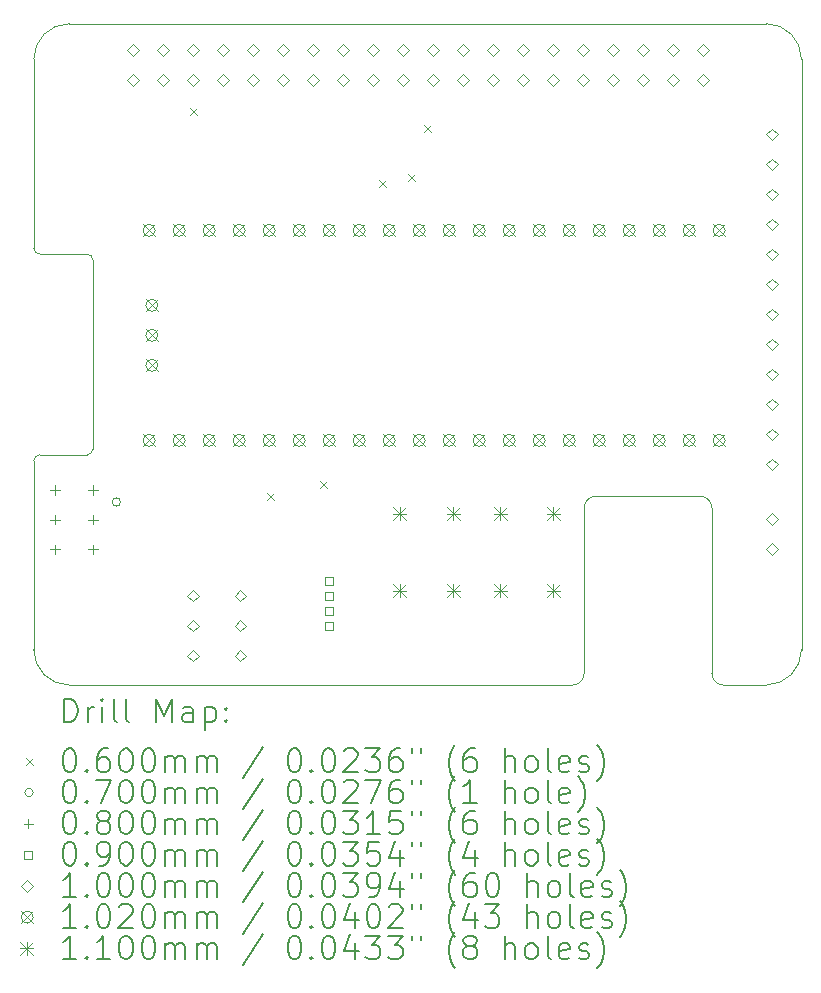
<source format=gbr>
%TF.GenerationSoftware,KiCad,Pcbnew,9.0.1-9.0.1-0~ubuntu24.04.1*%
%TF.CreationDate,2025-04-16T21:58:44-05:00*%
%TF.ProjectId,pico_driver,7069636f-5f64-4726-9976-65722e6b6963,rev?*%
%TF.SameCoordinates,Original*%
%TF.FileFunction,Drillmap*%
%TF.FilePolarity,Positive*%
%FSLAX45Y45*%
G04 Gerber Fmt 4.5, Leading zero omitted, Abs format (unit mm)*
G04 Created by KiCad (PCBNEW 9.0.1-9.0.1-0~ubuntu24.04.1) date 2025-04-16 21:58:44*
%MOMM*%
%LPD*%
G01*
G04 APERTURE LIST*
%ADD10C,0.100000*%
%ADD11C,0.200000*%
%ADD12C,0.102000*%
%ADD13C,0.110000*%
G04 APERTURE END LIST*
D10*
X16200000Y-10000000D02*
X15840000Y-10000000D01*
X15640000Y-8400000D02*
G75*
G02*
X15740000Y-8500000I0J-100000D01*
G01*
X10050000Y-6350000D02*
G75*
G02*
X10000000Y-6300000I0J50000D01*
G01*
X16200000Y-4400000D02*
G75*
G02*
X16500000Y-4700000I0J-300000D01*
G01*
X16500000Y-9700000D02*
X16500000Y-4700000D01*
X10000000Y-4700000D02*
X10000000Y-6300000D01*
X14660000Y-8500000D02*
X14660000Y-9900000D01*
X10300000Y-10000000D02*
G75*
G02*
X10000000Y-9700000I0J300000D01*
G01*
X14660000Y-9900000D02*
G75*
G02*
X14560000Y-10000000I-100000J0D01*
G01*
X14660000Y-8500000D02*
G75*
G02*
X14760000Y-8400000I100000J0D01*
G01*
X14560000Y-10000000D02*
X10300000Y-10000000D01*
X10450000Y-8050000D02*
X10050000Y-8050000D01*
X15840000Y-10000000D02*
G75*
G02*
X15740000Y-9900000I0J100000D01*
G01*
X10000000Y-8100000D02*
G75*
G02*
X10049913Y-8050000I50000J0D01*
G01*
X16500000Y-9700000D02*
G75*
G02*
X16200000Y-10000000I-300000J0D01*
G01*
X10500000Y-6400000D02*
X10500000Y-8000000D01*
X10000000Y-4700000D02*
G75*
G02*
X10300000Y-4400000I300000J0D01*
G01*
X15640000Y-8400000D02*
X14760000Y-8400000D01*
X15740000Y-9900000D02*
X15740000Y-8500000D01*
X10000000Y-8100000D02*
X10000000Y-9700000D01*
X10050000Y-6350000D02*
X10450000Y-6350000D01*
X10500000Y-8000000D02*
G75*
G02*
X10450000Y-8050000I-50000J0D01*
G01*
X10450000Y-6350000D02*
G75*
G02*
X10500000Y-6400000I0J-50000D01*
G01*
X16200000Y-4400000D02*
X10300000Y-4400000D01*
D11*
D10*
X11322000Y-5110710D02*
X11382000Y-5170710D01*
X11382000Y-5110710D02*
X11322000Y-5170710D01*
X11973000Y-8373030D02*
X12033000Y-8433030D01*
X12033000Y-8373030D02*
X11973000Y-8433030D01*
X12420000Y-8270000D02*
X12480000Y-8330000D01*
X12480000Y-8270000D02*
X12420000Y-8330000D01*
X12920000Y-5720000D02*
X12980000Y-5780000D01*
X12980000Y-5720000D02*
X12920000Y-5780000D01*
X13170000Y-5670000D02*
X13230000Y-5730000D01*
X13230000Y-5670000D02*
X13170000Y-5730000D01*
X13299700Y-5255160D02*
X13359700Y-5315160D01*
X13359700Y-5255160D02*
X13299700Y-5315160D01*
X10735000Y-8450000D02*
G75*
G02*
X10665000Y-8450000I-35000J0D01*
G01*
X10665000Y-8450000D02*
G75*
G02*
X10735000Y-8450000I35000J0D01*
G01*
X10180000Y-8310000D02*
X10180000Y-8390000D01*
X10140000Y-8350000D02*
X10220000Y-8350000D01*
X10180000Y-8560000D02*
X10180000Y-8640000D01*
X10140000Y-8600000D02*
X10220000Y-8600000D01*
X10180000Y-8810000D02*
X10180000Y-8890000D01*
X10140000Y-8850000D02*
X10220000Y-8850000D01*
X10500000Y-8310000D02*
X10500000Y-8390000D01*
X10460000Y-8350000D02*
X10540000Y-8350000D01*
X10500000Y-8560000D02*
X10500000Y-8640000D01*
X10460000Y-8600000D02*
X10540000Y-8600000D01*
X10500000Y-8810000D02*
X10500000Y-8890000D01*
X10460000Y-8850000D02*
X10540000Y-8850000D01*
X12531820Y-9150820D02*
X12531820Y-9087180D01*
X12468180Y-9087180D01*
X12468180Y-9150820D01*
X12531820Y-9150820D01*
X12531820Y-9277820D02*
X12531820Y-9214180D01*
X12468180Y-9214180D01*
X12468180Y-9277820D01*
X12531820Y-9277820D01*
X12531820Y-9404820D02*
X12531820Y-9341180D01*
X12468180Y-9341180D01*
X12468180Y-9404820D01*
X12531820Y-9404820D01*
X12531820Y-9531820D02*
X12531820Y-9468180D01*
X12468180Y-9468180D01*
X12468180Y-9531820D01*
X12531820Y-9531820D01*
X10837000Y-4673000D02*
X10887000Y-4623000D01*
X10837000Y-4573000D01*
X10787000Y-4623000D01*
X10837000Y-4673000D01*
X10837000Y-4927000D02*
X10887000Y-4877000D01*
X10837000Y-4827000D01*
X10787000Y-4877000D01*
X10837000Y-4927000D01*
X11091000Y-4673000D02*
X11141000Y-4623000D01*
X11091000Y-4573000D01*
X11041000Y-4623000D01*
X11091000Y-4673000D01*
X11091000Y-4927000D02*
X11141000Y-4877000D01*
X11091000Y-4827000D01*
X11041000Y-4877000D01*
X11091000Y-4927000D01*
X11345000Y-4673000D02*
X11395000Y-4623000D01*
X11345000Y-4573000D01*
X11295000Y-4623000D01*
X11345000Y-4673000D01*
X11345000Y-4927000D02*
X11395000Y-4877000D01*
X11345000Y-4827000D01*
X11295000Y-4877000D01*
X11345000Y-4927000D01*
X11350000Y-9292000D02*
X11400000Y-9242000D01*
X11350000Y-9192000D01*
X11300000Y-9242000D01*
X11350000Y-9292000D01*
X11350000Y-9546000D02*
X11400000Y-9496000D01*
X11350000Y-9446000D01*
X11300000Y-9496000D01*
X11350000Y-9546000D01*
X11350000Y-9800000D02*
X11400000Y-9750000D01*
X11350000Y-9700000D01*
X11300000Y-9750000D01*
X11350000Y-9800000D01*
X11599000Y-4673000D02*
X11649000Y-4623000D01*
X11599000Y-4573000D01*
X11549000Y-4623000D01*
X11599000Y-4673000D01*
X11599000Y-4927000D02*
X11649000Y-4877000D01*
X11599000Y-4827000D01*
X11549000Y-4877000D01*
X11599000Y-4927000D01*
X11750000Y-9292000D02*
X11800000Y-9242000D01*
X11750000Y-9192000D01*
X11700000Y-9242000D01*
X11750000Y-9292000D01*
X11750000Y-9546000D02*
X11800000Y-9496000D01*
X11750000Y-9446000D01*
X11700000Y-9496000D01*
X11750000Y-9546000D01*
X11750000Y-9800000D02*
X11800000Y-9750000D01*
X11750000Y-9700000D01*
X11700000Y-9750000D01*
X11750000Y-9800000D01*
X11853000Y-4673000D02*
X11903000Y-4623000D01*
X11853000Y-4573000D01*
X11803000Y-4623000D01*
X11853000Y-4673000D01*
X11853000Y-4927000D02*
X11903000Y-4877000D01*
X11853000Y-4827000D01*
X11803000Y-4877000D01*
X11853000Y-4927000D01*
X12107000Y-4673000D02*
X12157000Y-4623000D01*
X12107000Y-4573000D01*
X12057000Y-4623000D01*
X12107000Y-4673000D01*
X12107000Y-4927000D02*
X12157000Y-4877000D01*
X12107000Y-4827000D01*
X12057000Y-4877000D01*
X12107000Y-4927000D01*
X12361000Y-4673000D02*
X12411000Y-4623000D01*
X12361000Y-4573000D01*
X12311000Y-4623000D01*
X12361000Y-4673000D01*
X12361000Y-4927000D02*
X12411000Y-4877000D01*
X12361000Y-4827000D01*
X12311000Y-4877000D01*
X12361000Y-4927000D01*
X12615000Y-4673000D02*
X12665000Y-4623000D01*
X12615000Y-4573000D01*
X12565000Y-4623000D01*
X12615000Y-4673000D01*
X12615000Y-4927000D02*
X12665000Y-4877000D01*
X12615000Y-4827000D01*
X12565000Y-4877000D01*
X12615000Y-4927000D01*
X12869000Y-4673000D02*
X12919000Y-4623000D01*
X12869000Y-4573000D01*
X12819000Y-4623000D01*
X12869000Y-4673000D01*
X12869000Y-4927000D02*
X12919000Y-4877000D01*
X12869000Y-4827000D01*
X12819000Y-4877000D01*
X12869000Y-4927000D01*
X13123000Y-4673000D02*
X13173000Y-4623000D01*
X13123000Y-4573000D01*
X13073000Y-4623000D01*
X13123000Y-4673000D01*
X13123000Y-4927000D02*
X13173000Y-4877000D01*
X13123000Y-4827000D01*
X13073000Y-4877000D01*
X13123000Y-4927000D01*
X13377000Y-4673000D02*
X13427000Y-4623000D01*
X13377000Y-4573000D01*
X13327000Y-4623000D01*
X13377000Y-4673000D01*
X13377000Y-4927000D02*
X13427000Y-4877000D01*
X13377000Y-4827000D01*
X13327000Y-4877000D01*
X13377000Y-4927000D01*
X13631000Y-4673000D02*
X13681000Y-4623000D01*
X13631000Y-4573000D01*
X13581000Y-4623000D01*
X13631000Y-4673000D01*
X13631000Y-4927000D02*
X13681000Y-4877000D01*
X13631000Y-4827000D01*
X13581000Y-4877000D01*
X13631000Y-4927000D01*
X13885000Y-4673000D02*
X13935000Y-4623000D01*
X13885000Y-4573000D01*
X13835000Y-4623000D01*
X13885000Y-4673000D01*
X13885000Y-4927000D02*
X13935000Y-4877000D01*
X13885000Y-4827000D01*
X13835000Y-4877000D01*
X13885000Y-4927000D01*
X14139000Y-4673000D02*
X14189000Y-4623000D01*
X14139000Y-4573000D01*
X14089000Y-4623000D01*
X14139000Y-4673000D01*
X14139000Y-4927000D02*
X14189000Y-4877000D01*
X14139000Y-4827000D01*
X14089000Y-4877000D01*
X14139000Y-4927000D01*
X14393000Y-4673000D02*
X14443000Y-4623000D01*
X14393000Y-4573000D01*
X14343000Y-4623000D01*
X14393000Y-4673000D01*
X14393000Y-4927000D02*
X14443000Y-4877000D01*
X14393000Y-4827000D01*
X14343000Y-4877000D01*
X14393000Y-4927000D01*
X14647000Y-4673000D02*
X14697000Y-4623000D01*
X14647000Y-4573000D01*
X14597000Y-4623000D01*
X14647000Y-4673000D01*
X14647000Y-4927000D02*
X14697000Y-4877000D01*
X14647000Y-4827000D01*
X14597000Y-4877000D01*
X14647000Y-4927000D01*
X14901000Y-4673000D02*
X14951000Y-4623000D01*
X14901000Y-4573000D01*
X14851000Y-4623000D01*
X14901000Y-4673000D01*
X14901000Y-4927000D02*
X14951000Y-4877000D01*
X14901000Y-4827000D01*
X14851000Y-4877000D01*
X14901000Y-4927000D01*
X15155000Y-4673000D02*
X15205000Y-4623000D01*
X15155000Y-4573000D01*
X15105000Y-4623000D01*
X15155000Y-4673000D01*
X15155000Y-4927000D02*
X15205000Y-4877000D01*
X15155000Y-4827000D01*
X15105000Y-4877000D01*
X15155000Y-4927000D01*
X15409000Y-4673000D02*
X15459000Y-4623000D01*
X15409000Y-4573000D01*
X15359000Y-4623000D01*
X15409000Y-4673000D01*
X15409000Y-4927000D02*
X15459000Y-4877000D01*
X15409000Y-4827000D01*
X15359000Y-4877000D01*
X15409000Y-4927000D01*
X15663000Y-4673000D02*
X15713000Y-4623000D01*
X15663000Y-4573000D01*
X15613000Y-4623000D01*
X15663000Y-4673000D01*
X15663000Y-4927000D02*
X15713000Y-4877000D01*
X15663000Y-4827000D01*
X15613000Y-4877000D01*
X15663000Y-4927000D01*
X16250000Y-5388000D02*
X16300000Y-5338000D01*
X16250000Y-5288000D01*
X16200000Y-5338000D01*
X16250000Y-5388000D01*
X16250000Y-5642000D02*
X16300000Y-5592000D01*
X16250000Y-5542000D01*
X16200000Y-5592000D01*
X16250000Y-5642000D01*
X16250000Y-5896000D02*
X16300000Y-5846000D01*
X16250000Y-5796000D01*
X16200000Y-5846000D01*
X16250000Y-5896000D01*
X16250000Y-6150000D02*
X16300000Y-6100000D01*
X16250000Y-6050000D01*
X16200000Y-6100000D01*
X16250000Y-6150000D01*
X16250000Y-6404000D02*
X16300000Y-6354000D01*
X16250000Y-6304000D01*
X16200000Y-6354000D01*
X16250000Y-6404000D01*
X16250000Y-6658000D02*
X16300000Y-6608000D01*
X16250000Y-6558000D01*
X16200000Y-6608000D01*
X16250000Y-6658000D01*
X16250000Y-6912000D02*
X16300000Y-6862000D01*
X16250000Y-6812000D01*
X16200000Y-6862000D01*
X16250000Y-6912000D01*
X16250000Y-7166000D02*
X16300000Y-7116000D01*
X16250000Y-7066000D01*
X16200000Y-7116000D01*
X16250000Y-7166000D01*
X16250000Y-7420000D02*
X16300000Y-7370000D01*
X16250000Y-7320000D01*
X16200000Y-7370000D01*
X16250000Y-7420000D01*
X16250000Y-7674000D02*
X16300000Y-7624000D01*
X16250000Y-7574000D01*
X16200000Y-7624000D01*
X16250000Y-7674000D01*
X16250000Y-7928000D02*
X16300000Y-7878000D01*
X16250000Y-7828000D01*
X16200000Y-7878000D01*
X16250000Y-7928000D01*
X16250000Y-8182000D02*
X16300000Y-8132000D01*
X16250000Y-8082000D01*
X16200000Y-8132000D01*
X16250000Y-8182000D01*
X16250000Y-8646000D02*
X16300000Y-8596000D01*
X16250000Y-8546000D01*
X16200000Y-8596000D01*
X16250000Y-8646000D01*
X16250000Y-8900000D02*
X16300000Y-8850000D01*
X16250000Y-8800000D01*
X16200000Y-8850000D01*
X16250000Y-8900000D01*
D12*
X10925000Y-6099000D02*
X11027000Y-6201000D01*
X11027000Y-6099000D02*
X10925000Y-6201000D01*
X11027000Y-6150000D02*
G75*
G02*
X10925000Y-6150000I-51000J0D01*
G01*
X10925000Y-6150000D02*
G75*
G02*
X11027000Y-6150000I51000J0D01*
G01*
X10925000Y-7877000D02*
X11027000Y-7979000D01*
X11027000Y-7877000D02*
X10925000Y-7979000D01*
X11027000Y-7928000D02*
G75*
G02*
X10925000Y-7928000I-51000J0D01*
G01*
X10925000Y-7928000D02*
G75*
G02*
X11027000Y-7928000I51000J0D01*
G01*
X10948000Y-6734000D02*
X11050000Y-6836000D01*
X11050000Y-6734000D02*
X10948000Y-6836000D01*
X11050000Y-6785000D02*
G75*
G02*
X10948000Y-6785000I-51000J0D01*
G01*
X10948000Y-6785000D02*
G75*
G02*
X11050000Y-6785000I51000J0D01*
G01*
X10948000Y-6988000D02*
X11050000Y-7090000D01*
X11050000Y-6988000D02*
X10948000Y-7090000D01*
X11050000Y-7039000D02*
G75*
G02*
X10948000Y-7039000I-51000J0D01*
G01*
X10948000Y-7039000D02*
G75*
G02*
X11050000Y-7039000I51000J0D01*
G01*
X10948000Y-7242000D02*
X11050000Y-7344000D01*
X11050000Y-7242000D02*
X10948000Y-7344000D01*
X11050000Y-7293000D02*
G75*
G02*
X10948000Y-7293000I-51000J0D01*
G01*
X10948000Y-7293000D02*
G75*
G02*
X11050000Y-7293000I51000J0D01*
G01*
X11179000Y-6099000D02*
X11281000Y-6201000D01*
X11281000Y-6099000D02*
X11179000Y-6201000D01*
X11281000Y-6150000D02*
G75*
G02*
X11179000Y-6150000I-51000J0D01*
G01*
X11179000Y-6150000D02*
G75*
G02*
X11281000Y-6150000I51000J0D01*
G01*
X11179000Y-7877000D02*
X11281000Y-7979000D01*
X11281000Y-7877000D02*
X11179000Y-7979000D01*
X11281000Y-7928000D02*
G75*
G02*
X11179000Y-7928000I-51000J0D01*
G01*
X11179000Y-7928000D02*
G75*
G02*
X11281000Y-7928000I51000J0D01*
G01*
X11433000Y-6099000D02*
X11535000Y-6201000D01*
X11535000Y-6099000D02*
X11433000Y-6201000D01*
X11535000Y-6150000D02*
G75*
G02*
X11433000Y-6150000I-51000J0D01*
G01*
X11433000Y-6150000D02*
G75*
G02*
X11535000Y-6150000I51000J0D01*
G01*
X11433000Y-7877000D02*
X11535000Y-7979000D01*
X11535000Y-7877000D02*
X11433000Y-7979000D01*
X11535000Y-7928000D02*
G75*
G02*
X11433000Y-7928000I-51000J0D01*
G01*
X11433000Y-7928000D02*
G75*
G02*
X11535000Y-7928000I51000J0D01*
G01*
X11687000Y-6099000D02*
X11789000Y-6201000D01*
X11789000Y-6099000D02*
X11687000Y-6201000D01*
X11789000Y-6150000D02*
G75*
G02*
X11687000Y-6150000I-51000J0D01*
G01*
X11687000Y-6150000D02*
G75*
G02*
X11789000Y-6150000I51000J0D01*
G01*
X11687000Y-7877000D02*
X11789000Y-7979000D01*
X11789000Y-7877000D02*
X11687000Y-7979000D01*
X11789000Y-7928000D02*
G75*
G02*
X11687000Y-7928000I-51000J0D01*
G01*
X11687000Y-7928000D02*
G75*
G02*
X11789000Y-7928000I51000J0D01*
G01*
X11941000Y-6099000D02*
X12043000Y-6201000D01*
X12043000Y-6099000D02*
X11941000Y-6201000D01*
X12043000Y-6150000D02*
G75*
G02*
X11941000Y-6150000I-51000J0D01*
G01*
X11941000Y-6150000D02*
G75*
G02*
X12043000Y-6150000I51000J0D01*
G01*
X11941000Y-7877000D02*
X12043000Y-7979000D01*
X12043000Y-7877000D02*
X11941000Y-7979000D01*
X12043000Y-7928000D02*
G75*
G02*
X11941000Y-7928000I-51000J0D01*
G01*
X11941000Y-7928000D02*
G75*
G02*
X12043000Y-7928000I51000J0D01*
G01*
X12195000Y-6099000D02*
X12297000Y-6201000D01*
X12297000Y-6099000D02*
X12195000Y-6201000D01*
X12297000Y-6150000D02*
G75*
G02*
X12195000Y-6150000I-51000J0D01*
G01*
X12195000Y-6150000D02*
G75*
G02*
X12297000Y-6150000I51000J0D01*
G01*
X12195000Y-7877000D02*
X12297000Y-7979000D01*
X12297000Y-7877000D02*
X12195000Y-7979000D01*
X12297000Y-7928000D02*
G75*
G02*
X12195000Y-7928000I-51000J0D01*
G01*
X12195000Y-7928000D02*
G75*
G02*
X12297000Y-7928000I51000J0D01*
G01*
X12449000Y-6099000D02*
X12551000Y-6201000D01*
X12551000Y-6099000D02*
X12449000Y-6201000D01*
X12551000Y-6150000D02*
G75*
G02*
X12449000Y-6150000I-51000J0D01*
G01*
X12449000Y-6150000D02*
G75*
G02*
X12551000Y-6150000I51000J0D01*
G01*
X12449000Y-7877000D02*
X12551000Y-7979000D01*
X12551000Y-7877000D02*
X12449000Y-7979000D01*
X12551000Y-7928000D02*
G75*
G02*
X12449000Y-7928000I-51000J0D01*
G01*
X12449000Y-7928000D02*
G75*
G02*
X12551000Y-7928000I51000J0D01*
G01*
X12703000Y-6099000D02*
X12805000Y-6201000D01*
X12805000Y-6099000D02*
X12703000Y-6201000D01*
X12805000Y-6150000D02*
G75*
G02*
X12703000Y-6150000I-51000J0D01*
G01*
X12703000Y-6150000D02*
G75*
G02*
X12805000Y-6150000I51000J0D01*
G01*
X12703000Y-7877000D02*
X12805000Y-7979000D01*
X12805000Y-7877000D02*
X12703000Y-7979000D01*
X12805000Y-7928000D02*
G75*
G02*
X12703000Y-7928000I-51000J0D01*
G01*
X12703000Y-7928000D02*
G75*
G02*
X12805000Y-7928000I51000J0D01*
G01*
X12957000Y-6099000D02*
X13059000Y-6201000D01*
X13059000Y-6099000D02*
X12957000Y-6201000D01*
X13059000Y-6150000D02*
G75*
G02*
X12957000Y-6150000I-51000J0D01*
G01*
X12957000Y-6150000D02*
G75*
G02*
X13059000Y-6150000I51000J0D01*
G01*
X12957000Y-7877000D02*
X13059000Y-7979000D01*
X13059000Y-7877000D02*
X12957000Y-7979000D01*
X13059000Y-7928000D02*
G75*
G02*
X12957000Y-7928000I-51000J0D01*
G01*
X12957000Y-7928000D02*
G75*
G02*
X13059000Y-7928000I51000J0D01*
G01*
X13211000Y-6099000D02*
X13313000Y-6201000D01*
X13313000Y-6099000D02*
X13211000Y-6201000D01*
X13313000Y-6150000D02*
G75*
G02*
X13211000Y-6150000I-51000J0D01*
G01*
X13211000Y-6150000D02*
G75*
G02*
X13313000Y-6150000I51000J0D01*
G01*
X13211000Y-7877000D02*
X13313000Y-7979000D01*
X13313000Y-7877000D02*
X13211000Y-7979000D01*
X13313000Y-7928000D02*
G75*
G02*
X13211000Y-7928000I-51000J0D01*
G01*
X13211000Y-7928000D02*
G75*
G02*
X13313000Y-7928000I51000J0D01*
G01*
X13465000Y-6099000D02*
X13567000Y-6201000D01*
X13567000Y-6099000D02*
X13465000Y-6201000D01*
X13567000Y-6150000D02*
G75*
G02*
X13465000Y-6150000I-51000J0D01*
G01*
X13465000Y-6150000D02*
G75*
G02*
X13567000Y-6150000I51000J0D01*
G01*
X13465000Y-7877000D02*
X13567000Y-7979000D01*
X13567000Y-7877000D02*
X13465000Y-7979000D01*
X13567000Y-7928000D02*
G75*
G02*
X13465000Y-7928000I-51000J0D01*
G01*
X13465000Y-7928000D02*
G75*
G02*
X13567000Y-7928000I51000J0D01*
G01*
X13719000Y-6099000D02*
X13821000Y-6201000D01*
X13821000Y-6099000D02*
X13719000Y-6201000D01*
X13821000Y-6150000D02*
G75*
G02*
X13719000Y-6150000I-51000J0D01*
G01*
X13719000Y-6150000D02*
G75*
G02*
X13821000Y-6150000I51000J0D01*
G01*
X13719000Y-7877000D02*
X13821000Y-7979000D01*
X13821000Y-7877000D02*
X13719000Y-7979000D01*
X13821000Y-7928000D02*
G75*
G02*
X13719000Y-7928000I-51000J0D01*
G01*
X13719000Y-7928000D02*
G75*
G02*
X13821000Y-7928000I51000J0D01*
G01*
X13973000Y-6099000D02*
X14075000Y-6201000D01*
X14075000Y-6099000D02*
X13973000Y-6201000D01*
X14075000Y-6150000D02*
G75*
G02*
X13973000Y-6150000I-51000J0D01*
G01*
X13973000Y-6150000D02*
G75*
G02*
X14075000Y-6150000I51000J0D01*
G01*
X13973000Y-7877000D02*
X14075000Y-7979000D01*
X14075000Y-7877000D02*
X13973000Y-7979000D01*
X14075000Y-7928000D02*
G75*
G02*
X13973000Y-7928000I-51000J0D01*
G01*
X13973000Y-7928000D02*
G75*
G02*
X14075000Y-7928000I51000J0D01*
G01*
X14227000Y-6099000D02*
X14329000Y-6201000D01*
X14329000Y-6099000D02*
X14227000Y-6201000D01*
X14329000Y-6150000D02*
G75*
G02*
X14227000Y-6150000I-51000J0D01*
G01*
X14227000Y-6150000D02*
G75*
G02*
X14329000Y-6150000I51000J0D01*
G01*
X14227000Y-7877000D02*
X14329000Y-7979000D01*
X14329000Y-7877000D02*
X14227000Y-7979000D01*
X14329000Y-7928000D02*
G75*
G02*
X14227000Y-7928000I-51000J0D01*
G01*
X14227000Y-7928000D02*
G75*
G02*
X14329000Y-7928000I51000J0D01*
G01*
X14481000Y-6099000D02*
X14583000Y-6201000D01*
X14583000Y-6099000D02*
X14481000Y-6201000D01*
X14583000Y-6150000D02*
G75*
G02*
X14481000Y-6150000I-51000J0D01*
G01*
X14481000Y-6150000D02*
G75*
G02*
X14583000Y-6150000I51000J0D01*
G01*
X14481000Y-7877000D02*
X14583000Y-7979000D01*
X14583000Y-7877000D02*
X14481000Y-7979000D01*
X14583000Y-7928000D02*
G75*
G02*
X14481000Y-7928000I-51000J0D01*
G01*
X14481000Y-7928000D02*
G75*
G02*
X14583000Y-7928000I51000J0D01*
G01*
X14735000Y-6099000D02*
X14837000Y-6201000D01*
X14837000Y-6099000D02*
X14735000Y-6201000D01*
X14837000Y-6150000D02*
G75*
G02*
X14735000Y-6150000I-51000J0D01*
G01*
X14735000Y-6150000D02*
G75*
G02*
X14837000Y-6150000I51000J0D01*
G01*
X14735000Y-7877000D02*
X14837000Y-7979000D01*
X14837000Y-7877000D02*
X14735000Y-7979000D01*
X14837000Y-7928000D02*
G75*
G02*
X14735000Y-7928000I-51000J0D01*
G01*
X14735000Y-7928000D02*
G75*
G02*
X14837000Y-7928000I51000J0D01*
G01*
X14989000Y-6099000D02*
X15091000Y-6201000D01*
X15091000Y-6099000D02*
X14989000Y-6201000D01*
X15091000Y-6150000D02*
G75*
G02*
X14989000Y-6150000I-51000J0D01*
G01*
X14989000Y-6150000D02*
G75*
G02*
X15091000Y-6150000I51000J0D01*
G01*
X14989000Y-7877000D02*
X15091000Y-7979000D01*
X15091000Y-7877000D02*
X14989000Y-7979000D01*
X15091000Y-7928000D02*
G75*
G02*
X14989000Y-7928000I-51000J0D01*
G01*
X14989000Y-7928000D02*
G75*
G02*
X15091000Y-7928000I51000J0D01*
G01*
X15243000Y-6099000D02*
X15345000Y-6201000D01*
X15345000Y-6099000D02*
X15243000Y-6201000D01*
X15345000Y-6150000D02*
G75*
G02*
X15243000Y-6150000I-51000J0D01*
G01*
X15243000Y-6150000D02*
G75*
G02*
X15345000Y-6150000I51000J0D01*
G01*
X15243000Y-7877000D02*
X15345000Y-7979000D01*
X15345000Y-7877000D02*
X15243000Y-7979000D01*
X15345000Y-7928000D02*
G75*
G02*
X15243000Y-7928000I-51000J0D01*
G01*
X15243000Y-7928000D02*
G75*
G02*
X15345000Y-7928000I51000J0D01*
G01*
X15497000Y-6099000D02*
X15599000Y-6201000D01*
X15599000Y-6099000D02*
X15497000Y-6201000D01*
X15599000Y-6150000D02*
G75*
G02*
X15497000Y-6150000I-51000J0D01*
G01*
X15497000Y-6150000D02*
G75*
G02*
X15599000Y-6150000I51000J0D01*
G01*
X15497000Y-7877000D02*
X15599000Y-7979000D01*
X15599000Y-7877000D02*
X15497000Y-7979000D01*
X15599000Y-7928000D02*
G75*
G02*
X15497000Y-7928000I-51000J0D01*
G01*
X15497000Y-7928000D02*
G75*
G02*
X15599000Y-7928000I51000J0D01*
G01*
X15751000Y-6099000D02*
X15853000Y-6201000D01*
X15853000Y-6099000D02*
X15751000Y-6201000D01*
X15853000Y-6150000D02*
G75*
G02*
X15751000Y-6150000I-51000J0D01*
G01*
X15751000Y-6150000D02*
G75*
G02*
X15853000Y-6150000I51000J0D01*
G01*
X15751000Y-7877000D02*
X15853000Y-7979000D01*
X15853000Y-7877000D02*
X15751000Y-7979000D01*
X15853000Y-7928000D02*
G75*
G02*
X15751000Y-7928000I-51000J0D01*
G01*
X15751000Y-7928000D02*
G75*
G02*
X15853000Y-7928000I51000J0D01*
G01*
D13*
X13045000Y-8495000D02*
X13155000Y-8605000D01*
X13155000Y-8495000D02*
X13045000Y-8605000D01*
X13100000Y-8495000D02*
X13100000Y-8605000D01*
X13045000Y-8550000D02*
X13155000Y-8550000D01*
X13045000Y-9145000D02*
X13155000Y-9255000D01*
X13155000Y-9145000D02*
X13045000Y-9255000D01*
X13100000Y-9145000D02*
X13100000Y-9255000D01*
X13045000Y-9200000D02*
X13155000Y-9200000D01*
X13495000Y-8495000D02*
X13605000Y-8605000D01*
X13605000Y-8495000D02*
X13495000Y-8605000D01*
X13550000Y-8495000D02*
X13550000Y-8605000D01*
X13495000Y-8550000D02*
X13605000Y-8550000D01*
X13495000Y-9145000D02*
X13605000Y-9255000D01*
X13605000Y-9145000D02*
X13495000Y-9255000D01*
X13550000Y-9145000D02*
X13550000Y-9255000D01*
X13495000Y-9200000D02*
X13605000Y-9200000D01*
X13895000Y-8495000D02*
X14005000Y-8605000D01*
X14005000Y-8495000D02*
X13895000Y-8605000D01*
X13950000Y-8495000D02*
X13950000Y-8605000D01*
X13895000Y-8550000D02*
X14005000Y-8550000D01*
X13895000Y-9145000D02*
X14005000Y-9255000D01*
X14005000Y-9145000D02*
X13895000Y-9255000D01*
X13950000Y-9145000D02*
X13950000Y-9255000D01*
X13895000Y-9200000D02*
X14005000Y-9200000D01*
X14345000Y-8495000D02*
X14455000Y-8605000D01*
X14455000Y-8495000D02*
X14345000Y-8605000D01*
X14400000Y-8495000D02*
X14400000Y-8605000D01*
X14345000Y-8550000D02*
X14455000Y-8550000D01*
X14345000Y-9145000D02*
X14455000Y-9255000D01*
X14455000Y-9145000D02*
X14345000Y-9255000D01*
X14400000Y-9145000D02*
X14400000Y-9255000D01*
X14345000Y-9200000D02*
X14455000Y-9200000D01*
D11*
X10255777Y-10316484D02*
X10255777Y-10116484D01*
X10255777Y-10116484D02*
X10303396Y-10116484D01*
X10303396Y-10116484D02*
X10331967Y-10126008D01*
X10331967Y-10126008D02*
X10351015Y-10145055D01*
X10351015Y-10145055D02*
X10360539Y-10164103D01*
X10360539Y-10164103D02*
X10370063Y-10202198D01*
X10370063Y-10202198D02*
X10370063Y-10230770D01*
X10370063Y-10230770D02*
X10360539Y-10268865D01*
X10360539Y-10268865D02*
X10351015Y-10287912D01*
X10351015Y-10287912D02*
X10331967Y-10306960D01*
X10331967Y-10306960D02*
X10303396Y-10316484D01*
X10303396Y-10316484D02*
X10255777Y-10316484D01*
X10455777Y-10316484D02*
X10455777Y-10183150D01*
X10455777Y-10221246D02*
X10465301Y-10202198D01*
X10465301Y-10202198D02*
X10474824Y-10192674D01*
X10474824Y-10192674D02*
X10493872Y-10183150D01*
X10493872Y-10183150D02*
X10512920Y-10183150D01*
X10579586Y-10316484D02*
X10579586Y-10183150D01*
X10579586Y-10116484D02*
X10570063Y-10126008D01*
X10570063Y-10126008D02*
X10579586Y-10135531D01*
X10579586Y-10135531D02*
X10589110Y-10126008D01*
X10589110Y-10126008D02*
X10579586Y-10116484D01*
X10579586Y-10116484D02*
X10579586Y-10135531D01*
X10703396Y-10316484D02*
X10684348Y-10306960D01*
X10684348Y-10306960D02*
X10674824Y-10287912D01*
X10674824Y-10287912D02*
X10674824Y-10116484D01*
X10808158Y-10316484D02*
X10789110Y-10306960D01*
X10789110Y-10306960D02*
X10779586Y-10287912D01*
X10779586Y-10287912D02*
X10779586Y-10116484D01*
X11036729Y-10316484D02*
X11036729Y-10116484D01*
X11036729Y-10116484D02*
X11103396Y-10259341D01*
X11103396Y-10259341D02*
X11170063Y-10116484D01*
X11170063Y-10116484D02*
X11170063Y-10316484D01*
X11351015Y-10316484D02*
X11351015Y-10211722D01*
X11351015Y-10211722D02*
X11341491Y-10192674D01*
X11341491Y-10192674D02*
X11322443Y-10183150D01*
X11322443Y-10183150D02*
X11284348Y-10183150D01*
X11284348Y-10183150D02*
X11265301Y-10192674D01*
X11351015Y-10306960D02*
X11331967Y-10316484D01*
X11331967Y-10316484D02*
X11284348Y-10316484D01*
X11284348Y-10316484D02*
X11265301Y-10306960D01*
X11265301Y-10306960D02*
X11255777Y-10287912D01*
X11255777Y-10287912D02*
X11255777Y-10268865D01*
X11255777Y-10268865D02*
X11265301Y-10249817D01*
X11265301Y-10249817D02*
X11284348Y-10240293D01*
X11284348Y-10240293D02*
X11331967Y-10240293D01*
X11331967Y-10240293D02*
X11351015Y-10230770D01*
X11446253Y-10183150D02*
X11446253Y-10383150D01*
X11446253Y-10192674D02*
X11465301Y-10183150D01*
X11465301Y-10183150D02*
X11503396Y-10183150D01*
X11503396Y-10183150D02*
X11522443Y-10192674D01*
X11522443Y-10192674D02*
X11531967Y-10202198D01*
X11531967Y-10202198D02*
X11541491Y-10221246D01*
X11541491Y-10221246D02*
X11541491Y-10278389D01*
X11541491Y-10278389D02*
X11531967Y-10297436D01*
X11531967Y-10297436D02*
X11522443Y-10306960D01*
X11522443Y-10306960D02*
X11503396Y-10316484D01*
X11503396Y-10316484D02*
X11465301Y-10316484D01*
X11465301Y-10316484D02*
X11446253Y-10306960D01*
X11627205Y-10297436D02*
X11636729Y-10306960D01*
X11636729Y-10306960D02*
X11627205Y-10316484D01*
X11627205Y-10316484D02*
X11617682Y-10306960D01*
X11617682Y-10306960D02*
X11627205Y-10297436D01*
X11627205Y-10297436D02*
X11627205Y-10316484D01*
X11627205Y-10192674D02*
X11636729Y-10202198D01*
X11636729Y-10202198D02*
X11627205Y-10211722D01*
X11627205Y-10211722D02*
X11617682Y-10202198D01*
X11617682Y-10202198D02*
X11627205Y-10192674D01*
X11627205Y-10192674D02*
X11627205Y-10211722D01*
D10*
X9935000Y-10615000D02*
X9995000Y-10675000D01*
X9995000Y-10615000D02*
X9935000Y-10675000D01*
D11*
X10293872Y-10536484D02*
X10312920Y-10536484D01*
X10312920Y-10536484D02*
X10331967Y-10546008D01*
X10331967Y-10546008D02*
X10341491Y-10555531D01*
X10341491Y-10555531D02*
X10351015Y-10574579D01*
X10351015Y-10574579D02*
X10360539Y-10612674D01*
X10360539Y-10612674D02*
X10360539Y-10660293D01*
X10360539Y-10660293D02*
X10351015Y-10698389D01*
X10351015Y-10698389D02*
X10341491Y-10717436D01*
X10341491Y-10717436D02*
X10331967Y-10726960D01*
X10331967Y-10726960D02*
X10312920Y-10736484D01*
X10312920Y-10736484D02*
X10293872Y-10736484D01*
X10293872Y-10736484D02*
X10274824Y-10726960D01*
X10274824Y-10726960D02*
X10265301Y-10717436D01*
X10265301Y-10717436D02*
X10255777Y-10698389D01*
X10255777Y-10698389D02*
X10246253Y-10660293D01*
X10246253Y-10660293D02*
X10246253Y-10612674D01*
X10246253Y-10612674D02*
X10255777Y-10574579D01*
X10255777Y-10574579D02*
X10265301Y-10555531D01*
X10265301Y-10555531D02*
X10274824Y-10546008D01*
X10274824Y-10546008D02*
X10293872Y-10536484D01*
X10446253Y-10717436D02*
X10455777Y-10726960D01*
X10455777Y-10726960D02*
X10446253Y-10736484D01*
X10446253Y-10736484D02*
X10436729Y-10726960D01*
X10436729Y-10726960D02*
X10446253Y-10717436D01*
X10446253Y-10717436D02*
X10446253Y-10736484D01*
X10627205Y-10536484D02*
X10589110Y-10536484D01*
X10589110Y-10536484D02*
X10570063Y-10546008D01*
X10570063Y-10546008D02*
X10560539Y-10555531D01*
X10560539Y-10555531D02*
X10541491Y-10584103D01*
X10541491Y-10584103D02*
X10531967Y-10622198D01*
X10531967Y-10622198D02*
X10531967Y-10698389D01*
X10531967Y-10698389D02*
X10541491Y-10717436D01*
X10541491Y-10717436D02*
X10551015Y-10726960D01*
X10551015Y-10726960D02*
X10570063Y-10736484D01*
X10570063Y-10736484D02*
X10608158Y-10736484D01*
X10608158Y-10736484D02*
X10627205Y-10726960D01*
X10627205Y-10726960D02*
X10636729Y-10717436D01*
X10636729Y-10717436D02*
X10646253Y-10698389D01*
X10646253Y-10698389D02*
X10646253Y-10650770D01*
X10646253Y-10650770D02*
X10636729Y-10631722D01*
X10636729Y-10631722D02*
X10627205Y-10622198D01*
X10627205Y-10622198D02*
X10608158Y-10612674D01*
X10608158Y-10612674D02*
X10570063Y-10612674D01*
X10570063Y-10612674D02*
X10551015Y-10622198D01*
X10551015Y-10622198D02*
X10541491Y-10631722D01*
X10541491Y-10631722D02*
X10531967Y-10650770D01*
X10770063Y-10536484D02*
X10789110Y-10536484D01*
X10789110Y-10536484D02*
X10808158Y-10546008D01*
X10808158Y-10546008D02*
X10817682Y-10555531D01*
X10817682Y-10555531D02*
X10827205Y-10574579D01*
X10827205Y-10574579D02*
X10836729Y-10612674D01*
X10836729Y-10612674D02*
X10836729Y-10660293D01*
X10836729Y-10660293D02*
X10827205Y-10698389D01*
X10827205Y-10698389D02*
X10817682Y-10717436D01*
X10817682Y-10717436D02*
X10808158Y-10726960D01*
X10808158Y-10726960D02*
X10789110Y-10736484D01*
X10789110Y-10736484D02*
X10770063Y-10736484D01*
X10770063Y-10736484D02*
X10751015Y-10726960D01*
X10751015Y-10726960D02*
X10741491Y-10717436D01*
X10741491Y-10717436D02*
X10731967Y-10698389D01*
X10731967Y-10698389D02*
X10722444Y-10660293D01*
X10722444Y-10660293D02*
X10722444Y-10612674D01*
X10722444Y-10612674D02*
X10731967Y-10574579D01*
X10731967Y-10574579D02*
X10741491Y-10555531D01*
X10741491Y-10555531D02*
X10751015Y-10546008D01*
X10751015Y-10546008D02*
X10770063Y-10536484D01*
X10960539Y-10536484D02*
X10979586Y-10536484D01*
X10979586Y-10536484D02*
X10998634Y-10546008D01*
X10998634Y-10546008D02*
X11008158Y-10555531D01*
X11008158Y-10555531D02*
X11017682Y-10574579D01*
X11017682Y-10574579D02*
X11027205Y-10612674D01*
X11027205Y-10612674D02*
X11027205Y-10660293D01*
X11027205Y-10660293D02*
X11017682Y-10698389D01*
X11017682Y-10698389D02*
X11008158Y-10717436D01*
X11008158Y-10717436D02*
X10998634Y-10726960D01*
X10998634Y-10726960D02*
X10979586Y-10736484D01*
X10979586Y-10736484D02*
X10960539Y-10736484D01*
X10960539Y-10736484D02*
X10941491Y-10726960D01*
X10941491Y-10726960D02*
X10931967Y-10717436D01*
X10931967Y-10717436D02*
X10922444Y-10698389D01*
X10922444Y-10698389D02*
X10912920Y-10660293D01*
X10912920Y-10660293D02*
X10912920Y-10612674D01*
X10912920Y-10612674D02*
X10922444Y-10574579D01*
X10922444Y-10574579D02*
X10931967Y-10555531D01*
X10931967Y-10555531D02*
X10941491Y-10546008D01*
X10941491Y-10546008D02*
X10960539Y-10536484D01*
X11112920Y-10736484D02*
X11112920Y-10603150D01*
X11112920Y-10622198D02*
X11122444Y-10612674D01*
X11122444Y-10612674D02*
X11141491Y-10603150D01*
X11141491Y-10603150D02*
X11170063Y-10603150D01*
X11170063Y-10603150D02*
X11189110Y-10612674D01*
X11189110Y-10612674D02*
X11198634Y-10631722D01*
X11198634Y-10631722D02*
X11198634Y-10736484D01*
X11198634Y-10631722D02*
X11208158Y-10612674D01*
X11208158Y-10612674D02*
X11227205Y-10603150D01*
X11227205Y-10603150D02*
X11255777Y-10603150D01*
X11255777Y-10603150D02*
X11274824Y-10612674D01*
X11274824Y-10612674D02*
X11284348Y-10631722D01*
X11284348Y-10631722D02*
X11284348Y-10736484D01*
X11379586Y-10736484D02*
X11379586Y-10603150D01*
X11379586Y-10622198D02*
X11389110Y-10612674D01*
X11389110Y-10612674D02*
X11408158Y-10603150D01*
X11408158Y-10603150D02*
X11436729Y-10603150D01*
X11436729Y-10603150D02*
X11455777Y-10612674D01*
X11455777Y-10612674D02*
X11465301Y-10631722D01*
X11465301Y-10631722D02*
X11465301Y-10736484D01*
X11465301Y-10631722D02*
X11474824Y-10612674D01*
X11474824Y-10612674D02*
X11493872Y-10603150D01*
X11493872Y-10603150D02*
X11522443Y-10603150D01*
X11522443Y-10603150D02*
X11541491Y-10612674D01*
X11541491Y-10612674D02*
X11551015Y-10631722D01*
X11551015Y-10631722D02*
X11551015Y-10736484D01*
X11941491Y-10526960D02*
X11770063Y-10784103D01*
X12198634Y-10536484D02*
X12217682Y-10536484D01*
X12217682Y-10536484D02*
X12236729Y-10546008D01*
X12236729Y-10546008D02*
X12246253Y-10555531D01*
X12246253Y-10555531D02*
X12255777Y-10574579D01*
X12255777Y-10574579D02*
X12265301Y-10612674D01*
X12265301Y-10612674D02*
X12265301Y-10660293D01*
X12265301Y-10660293D02*
X12255777Y-10698389D01*
X12255777Y-10698389D02*
X12246253Y-10717436D01*
X12246253Y-10717436D02*
X12236729Y-10726960D01*
X12236729Y-10726960D02*
X12217682Y-10736484D01*
X12217682Y-10736484D02*
X12198634Y-10736484D01*
X12198634Y-10736484D02*
X12179586Y-10726960D01*
X12179586Y-10726960D02*
X12170063Y-10717436D01*
X12170063Y-10717436D02*
X12160539Y-10698389D01*
X12160539Y-10698389D02*
X12151015Y-10660293D01*
X12151015Y-10660293D02*
X12151015Y-10612674D01*
X12151015Y-10612674D02*
X12160539Y-10574579D01*
X12160539Y-10574579D02*
X12170063Y-10555531D01*
X12170063Y-10555531D02*
X12179586Y-10546008D01*
X12179586Y-10546008D02*
X12198634Y-10536484D01*
X12351015Y-10717436D02*
X12360539Y-10726960D01*
X12360539Y-10726960D02*
X12351015Y-10736484D01*
X12351015Y-10736484D02*
X12341491Y-10726960D01*
X12341491Y-10726960D02*
X12351015Y-10717436D01*
X12351015Y-10717436D02*
X12351015Y-10736484D01*
X12484348Y-10536484D02*
X12503396Y-10536484D01*
X12503396Y-10536484D02*
X12522444Y-10546008D01*
X12522444Y-10546008D02*
X12531967Y-10555531D01*
X12531967Y-10555531D02*
X12541491Y-10574579D01*
X12541491Y-10574579D02*
X12551015Y-10612674D01*
X12551015Y-10612674D02*
X12551015Y-10660293D01*
X12551015Y-10660293D02*
X12541491Y-10698389D01*
X12541491Y-10698389D02*
X12531967Y-10717436D01*
X12531967Y-10717436D02*
X12522444Y-10726960D01*
X12522444Y-10726960D02*
X12503396Y-10736484D01*
X12503396Y-10736484D02*
X12484348Y-10736484D01*
X12484348Y-10736484D02*
X12465301Y-10726960D01*
X12465301Y-10726960D02*
X12455777Y-10717436D01*
X12455777Y-10717436D02*
X12446253Y-10698389D01*
X12446253Y-10698389D02*
X12436729Y-10660293D01*
X12436729Y-10660293D02*
X12436729Y-10612674D01*
X12436729Y-10612674D02*
X12446253Y-10574579D01*
X12446253Y-10574579D02*
X12455777Y-10555531D01*
X12455777Y-10555531D02*
X12465301Y-10546008D01*
X12465301Y-10546008D02*
X12484348Y-10536484D01*
X12627206Y-10555531D02*
X12636729Y-10546008D01*
X12636729Y-10546008D02*
X12655777Y-10536484D01*
X12655777Y-10536484D02*
X12703396Y-10536484D01*
X12703396Y-10536484D02*
X12722444Y-10546008D01*
X12722444Y-10546008D02*
X12731967Y-10555531D01*
X12731967Y-10555531D02*
X12741491Y-10574579D01*
X12741491Y-10574579D02*
X12741491Y-10593627D01*
X12741491Y-10593627D02*
X12731967Y-10622198D01*
X12731967Y-10622198D02*
X12617682Y-10736484D01*
X12617682Y-10736484D02*
X12741491Y-10736484D01*
X12808158Y-10536484D02*
X12931967Y-10536484D01*
X12931967Y-10536484D02*
X12865301Y-10612674D01*
X12865301Y-10612674D02*
X12893872Y-10612674D01*
X12893872Y-10612674D02*
X12912920Y-10622198D01*
X12912920Y-10622198D02*
X12922444Y-10631722D01*
X12922444Y-10631722D02*
X12931967Y-10650770D01*
X12931967Y-10650770D02*
X12931967Y-10698389D01*
X12931967Y-10698389D02*
X12922444Y-10717436D01*
X12922444Y-10717436D02*
X12912920Y-10726960D01*
X12912920Y-10726960D02*
X12893872Y-10736484D01*
X12893872Y-10736484D02*
X12836729Y-10736484D01*
X12836729Y-10736484D02*
X12817682Y-10726960D01*
X12817682Y-10726960D02*
X12808158Y-10717436D01*
X13103396Y-10536484D02*
X13065301Y-10536484D01*
X13065301Y-10536484D02*
X13046253Y-10546008D01*
X13046253Y-10546008D02*
X13036729Y-10555531D01*
X13036729Y-10555531D02*
X13017682Y-10584103D01*
X13017682Y-10584103D02*
X13008158Y-10622198D01*
X13008158Y-10622198D02*
X13008158Y-10698389D01*
X13008158Y-10698389D02*
X13017682Y-10717436D01*
X13017682Y-10717436D02*
X13027206Y-10726960D01*
X13027206Y-10726960D02*
X13046253Y-10736484D01*
X13046253Y-10736484D02*
X13084348Y-10736484D01*
X13084348Y-10736484D02*
X13103396Y-10726960D01*
X13103396Y-10726960D02*
X13112920Y-10717436D01*
X13112920Y-10717436D02*
X13122444Y-10698389D01*
X13122444Y-10698389D02*
X13122444Y-10650770D01*
X13122444Y-10650770D02*
X13112920Y-10631722D01*
X13112920Y-10631722D02*
X13103396Y-10622198D01*
X13103396Y-10622198D02*
X13084348Y-10612674D01*
X13084348Y-10612674D02*
X13046253Y-10612674D01*
X13046253Y-10612674D02*
X13027206Y-10622198D01*
X13027206Y-10622198D02*
X13017682Y-10631722D01*
X13017682Y-10631722D02*
X13008158Y-10650770D01*
X13198634Y-10536484D02*
X13198634Y-10574579D01*
X13274825Y-10536484D02*
X13274825Y-10574579D01*
X13570063Y-10812674D02*
X13560539Y-10803150D01*
X13560539Y-10803150D02*
X13541491Y-10774579D01*
X13541491Y-10774579D02*
X13531968Y-10755531D01*
X13531968Y-10755531D02*
X13522444Y-10726960D01*
X13522444Y-10726960D02*
X13512920Y-10679341D01*
X13512920Y-10679341D02*
X13512920Y-10641246D01*
X13512920Y-10641246D02*
X13522444Y-10593627D01*
X13522444Y-10593627D02*
X13531968Y-10565055D01*
X13531968Y-10565055D02*
X13541491Y-10546008D01*
X13541491Y-10546008D02*
X13560539Y-10517436D01*
X13560539Y-10517436D02*
X13570063Y-10507912D01*
X13731968Y-10536484D02*
X13693872Y-10536484D01*
X13693872Y-10536484D02*
X13674825Y-10546008D01*
X13674825Y-10546008D02*
X13665301Y-10555531D01*
X13665301Y-10555531D02*
X13646253Y-10584103D01*
X13646253Y-10584103D02*
X13636729Y-10622198D01*
X13636729Y-10622198D02*
X13636729Y-10698389D01*
X13636729Y-10698389D02*
X13646253Y-10717436D01*
X13646253Y-10717436D02*
X13655777Y-10726960D01*
X13655777Y-10726960D02*
X13674825Y-10736484D01*
X13674825Y-10736484D02*
X13712920Y-10736484D01*
X13712920Y-10736484D02*
X13731968Y-10726960D01*
X13731968Y-10726960D02*
X13741491Y-10717436D01*
X13741491Y-10717436D02*
X13751015Y-10698389D01*
X13751015Y-10698389D02*
X13751015Y-10650770D01*
X13751015Y-10650770D02*
X13741491Y-10631722D01*
X13741491Y-10631722D02*
X13731968Y-10622198D01*
X13731968Y-10622198D02*
X13712920Y-10612674D01*
X13712920Y-10612674D02*
X13674825Y-10612674D01*
X13674825Y-10612674D02*
X13655777Y-10622198D01*
X13655777Y-10622198D02*
X13646253Y-10631722D01*
X13646253Y-10631722D02*
X13636729Y-10650770D01*
X13989110Y-10736484D02*
X13989110Y-10536484D01*
X14074825Y-10736484D02*
X14074825Y-10631722D01*
X14074825Y-10631722D02*
X14065301Y-10612674D01*
X14065301Y-10612674D02*
X14046253Y-10603150D01*
X14046253Y-10603150D02*
X14017682Y-10603150D01*
X14017682Y-10603150D02*
X13998634Y-10612674D01*
X13998634Y-10612674D02*
X13989110Y-10622198D01*
X14198634Y-10736484D02*
X14179587Y-10726960D01*
X14179587Y-10726960D02*
X14170063Y-10717436D01*
X14170063Y-10717436D02*
X14160539Y-10698389D01*
X14160539Y-10698389D02*
X14160539Y-10641246D01*
X14160539Y-10641246D02*
X14170063Y-10622198D01*
X14170063Y-10622198D02*
X14179587Y-10612674D01*
X14179587Y-10612674D02*
X14198634Y-10603150D01*
X14198634Y-10603150D02*
X14227206Y-10603150D01*
X14227206Y-10603150D02*
X14246253Y-10612674D01*
X14246253Y-10612674D02*
X14255777Y-10622198D01*
X14255777Y-10622198D02*
X14265301Y-10641246D01*
X14265301Y-10641246D02*
X14265301Y-10698389D01*
X14265301Y-10698389D02*
X14255777Y-10717436D01*
X14255777Y-10717436D02*
X14246253Y-10726960D01*
X14246253Y-10726960D02*
X14227206Y-10736484D01*
X14227206Y-10736484D02*
X14198634Y-10736484D01*
X14379587Y-10736484D02*
X14360539Y-10726960D01*
X14360539Y-10726960D02*
X14351015Y-10707912D01*
X14351015Y-10707912D02*
X14351015Y-10536484D01*
X14531968Y-10726960D02*
X14512920Y-10736484D01*
X14512920Y-10736484D02*
X14474825Y-10736484D01*
X14474825Y-10736484D02*
X14455777Y-10726960D01*
X14455777Y-10726960D02*
X14446253Y-10707912D01*
X14446253Y-10707912D02*
X14446253Y-10631722D01*
X14446253Y-10631722D02*
X14455777Y-10612674D01*
X14455777Y-10612674D02*
X14474825Y-10603150D01*
X14474825Y-10603150D02*
X14512920Y-10603150D01*
X14512920Y-10603150D02*
X14531968Y-10612674D01*
X14531968Y-10612674D02*
X14541491Y-10631722D01*
X14541491Y-10631722D02*
X14541491Y-10650770D01*
X14541491Y-10650770D02*
X14446253Y-10669817D01*
X14617682Y-10726960D02*
X14636730Y-10736484D01*
X14636730Y-10736484D02*
X14674825Y-10736484D01*
X14674825Y-10736484D02*
X14693872Y-10726960D01*
X14693872Y-10726960D02*
X14703396Y-10707912D01*
X14703396Y-10707912D02*
X14703396Y-10698389D01*
X14703396Y-10698389D02*
X14693872Y-10679341D01*
X14693872Y-10679341D02*
X14674825Y-10669817D01*
X14674825Y-10669817D02*
X14646253Y-10669817D01*
X14646253Y-10669817D02*
X14627206Y-10660293D01*
X14627206Y-10660293D02*
X14617682Y-10641246D01*
X14617682Y-10641246D02*
X14617682Y-10631722D01*
X14617682Y-10631722D02*
X14627206Y-10612674D01*
X14627206Y-10612674D02*
X14646253Y-10603150D01*
X14646253Y-10603150D02*
X14674825Y-10603150D01*
X14674825Y-10603150D02*
X14693872Y-10612674D01*
X14770063Y-10812674D02*
X14779587Y-10803150D01*
X14779587Y-10803150D02*
X14798634Y-10774579D01*
X14798634Y-10774579D02*
X14808158Y-10755531D01*
X14808158Y-10755531D02*
X14817682Y-10726960D01*
X14817682Y-10726960D02*
X14827206Y-10679341D01*
X14827206Y-10679341D02*
X14827206Y-10641246D01*
X14827206Y-10641246D02*
X14817682Y-10593627D01*
X14817682Y-10593627D02*
X14808158Y-10565055D01*
X14808158Y-10565055D02*
X14798634Y-10546008D01*
X14798634Y-10546008D02*
X14779587Y-10517436D01*
X14779587Y-10517436D02*
X14770063Y-10507912D01*
D10*
X9995000Y-10909000D02*
G75*
G02*
X9925000Y-10909000I-35000J0D01*
G01*
X9925000Y-10909000D02*
G75*
G02*
X9995000Y-10909000I35000J0D01*
G01*
D11*
X10293872Y-10800484D02*
X10312920Y-10800484D01*
X10312920Y-10800484D02*
X10331967Y-10810008D01*
X10331967Y-10810008D02*
X10341491Y-10819531D01*
X10341491Y-10819531D02*
X10351015Y-10838579D01*
X10351015Y-10838579D02*
X10360539Y-10876674D01*
X10360539Y-10876674D02*
X10360539Y-10924293D01*
X10360539Y-10924293D02*
X10351015Y-10962389D01*
X10351015Y-10962389D02*
X10341491Y-10981436D01*
X10341491Y-10981436D02*
X10331967Y-10990960D01*
X10331967Y-10990960D02*
X10312920Y-11000484D01*
X10312920Y-11000484D02*
X10293872Y-11000484D01*
X10293872Y-11000484D02*
X10274824Y-10990960D01*
X10274824Y-10990960D02*
X10265301Y-10981436D01*
X10265301Y-10981436D02*
X10255777Y-10962389D01*
X10255777Y-10962389D02*
X10246253Y-10924293D01*
X10246253Y-10924293D02*
X10246253Y-10876674D01*
X10246253Y-10876674D02*
X10255777Y-10838579D01*
X10255777Y-10838579D02*
X10265301Y-10819531D01*
X10265301Y-10819531D02*
X10274824Y-10810008D01*
X10274824Y-10810008D02*
X10293872Y-10800484D01*
X10446253Y-10981436D02*
X10455777Y-10990960D01*
X10455777Y-10990960D02*
X10446253Y-11000484D01*
X10446253Y-11000484D02*
X10436729Y-10990960D01*
X10436729Y-10990960D02*
X10446253Y-10981436D01*
X10446253Y-10981436D02*
X10446253Y-11000484D01*
X10522444Y-10800484D02*
X10655777Y-10800484D01*
X10655777Y-10800484D02*
X10570063Y-11000484D01*
X10770063Y-10800484D02*
X10789110Y-10800484D01*
X10789110Y-10800484D02*
X10808158Y-10810008D01*
X10808158Y-10810008D02*
X10817682Y-10819531D01*
X10817682Y-10819531D02*
X10827205Y-10838579D01*
X10827205Y-10838579D02*
X10836729Y-10876674D01*
X10836729Y-10876674D02*
X10836729Y-10924293D01*
X10836729Y-10924293D02*
X10827205Y-10962389D01*
X10827205Y-10962389D02*
X10817682Y-10981436D01*
X10817682Y-10981436D02*
X10808158Y-10990960D01*
X10808158Y-10990960D02*
X10789110Y-11000484D01*
X10789110Y-11000484D02*
X10770063Y-11000484D01*
X10770063Y-11000484D02*
X10751015Y-10990960D01*
X10751015Y-10990960D02*
X10741491Y-10981436D01*
X10741491Y-10981436D02*
X10731967Y-10962389D01*
X10731967Y-10962389D02*
X10722444Y-10924293D01*
X10722444Y-10924293D02*
X10722444Y-10876674D01*
X10722444Y-10876674D02*
X10731967Y-10838579D01*
X10731967Y-10838579D02*
X10741491Y-10819531D01*
X10741491Y-10819531D02*
X10751015Y-10810008D01*
X10751015Y-10810008D02*
X10770063Y-10800484D01*
X10960539Y-10800484D02*
X10979586Y-10800484D01*
X10979586Y-10800484D02*
X10998634Y-10810008D01*
X10998634Y-10810008D02*
X11008158Y-10819531D01*
X11008158Y-10819531D02*
X11017682Y-10838579D01*
X11017682Y-10838579D02*
X11027205Y-10876674D01*
X11027205Y-10876674D02*
X11027205Y-10924293D01*
X11027205Y-10924293D02*
X11017682Y-10962389D01*
X11017682Y-10962389D02*
X11008158Y-10981436D01*
X11008158Y-10981436D02*
X10998634Y-10990960D01*
X10998634Y-10990960D02*
X10979586Y-11000484D01*
X10979586Y-11000484D02*
X10960539Y-11000484D01*
X10960539Y-11000484D02*
X10941491Y-10990960D01*
X10941491Y-10990960D02*
X10931967Y-10981436D01*
X10931967Y-10981436D02*
X10922444Y-10962389D01*
X10922444Y-10962389D02*
X10912920Y-10924293D01*
X10912920Y-10924293D02*
X10912920Y-10876674D01*
X10912920Y-10876674D02*
X10922444Y-10838579D01*
X10922444Y-10838579D02*
X10931967Y-10819531D01*
X10931967Y-10819531D02*
X10941491Y-10810008D01*
X10941491Y-10810008D02*
X10960539Y-10800484D01*
X11112920Y-11000484D02*
X11112920Y-10867150D01*
X11112920Y-10886198D02*
X11122444Y-10876674D01*
X11122444Y-10876674D02*
X11141491Y-10867150D01*
X11141491Y-10867150D02*
X11170063Y-10867150D01*
X11170063Y-10867150D02*
X11189110Y-10876674D01*
X11189110Y-10876674D02*
X11198634Y-10895722D01*
X11198634Y-10895722D02*
X11198634Y-11000484D01*
X11198634Y-10895722D02*
X11208158Y-10876674D01*
X11208158Y-10876674D02*
X11227205Y-10867150D01*
X11227205Y-10867150D02*
X11255777Y-10867150D01*
X11255777Y-10867150D02*
X11274824Y-10876674D01*
X11274824Y-10876674D02*
X11284348Y-10895722D01*
X11284348Y-10895722D02*
X11284348Y-11000484D01*
X11379586Y-11000484D02*
X11379586Y-10867150D01*
X11379586Y-10886198D02*
X11389110Y-10876674D01*
X11389110Y-10876674D02*
X11408158Y-10867150D01*
X11408158Y-10867150D02*
X11436729Y-10867150D01*
X11436729Y-10867150D02*
X11455777Y-10876674D01*
X11455777Y-10876674D02*
X11465301Y-10895722D01*
X11465301Y-10895722D02*
X11465301Y-11000484D01*
X11465301Y-10895722D02*
X11474824Y-10876674D01*
X11474824Y-10876674D02*
X11493872Y-10867150D01*
X11493872Y-10867150D02*
X11522443Y-10867150D01*
X11522443Y-10867150D02*
X11541491Y-10876674D01*
X11541491Y-10876674D02*
X11551015Y-10895722D01*
X11551015Y-10895722D02*
X11551015Y-11000484D01*
X11941491Y-10790960D02*
X11770063Y-11048103D01*
X12198634Y-10800484D02*
X12217682Y-10800484D01*
X12217682Y-10800484D02*
X12236729Y-10810008D01*
X12236729Y-10810008D02*
X12246253Y-10819531D01*
X12246253Y-10819531D02*
X12255777Y-10838579D01*
X12255777Y-10838579D02*
X12265301Y-10876674D01*
X12265301Y-10876674D02*
X12265301Y-10924293D01*
X12265301Y-10924293D02*
X12255777Y-10962389D01*
X12255777Y-10962389D02*
X12246253Y-10981436D01*
X12246253Y-10981436D02*
X12236729Y-10990960D01*
X12236729Y-10990960D02*
X12217682Y-11000484D01*
X12217682Y-11000484D02*
X12198634Y-11000484D01*
X12198634Y-11000484D02*
X12179586Y-10990960D01*
X12179586Y-10990960D02*
X12170063Y-10981436D01*
X12170063Y-10981436D02*
X12160539Y-10962389D01*
X12160539Y-10962389D02*
X12151015Y-10924293D01*
X12151015Y-10924293D02*
X12151015Y-10876674D01*
X12151015Y-10876674D02*
X12160539Y-10838579D01*
X12160539Y-10838579D02*
X12170063Y-10819531D01*
X12170063Y-10819531D02*
X12179586Y-10810008D01*
X12179586Y-10810008D02*
X12198634Y-10800484D01*
X12351015Y-10981436D02*
X12360539Y-10990960D01*
X12360539Y-10990960D02*
X12351015Y-11000484D01*
X12351015Y-11000484D02*
X12341491Y-10990960D01*
X12341491Y-10990960D02*
X12351015Y-10981436D01*
X12351015Y-10981436D02*
X12351015Y-11000484D01*
X12484348Y-10800484D02*
X12503396Y-10800484D01*
X12503396Y-10800484D02*
X12522444Y-10810008D01*
X12522444Y-10810008D02*
X12531967Y-10819531D01*
X12531967Y-10819531D02*
X12541491Y-10838579D01*
X12541491Y-10838579D02*
X12551015Y-10876674D01*
X12551015Y-10876674D02*
X12551015Y-10924293D01*
X12551015Y-10924293D02*
X12541491Y-10962389D01*
X12541491Y-10962389D02*
X12531967Y-10981436D01*
X12531967Y-10981436D02*
X12522444Y-10990960D01*
X12522444Y-10990960D02*
X12503396Y-11000484D01*
X12503396Y-11000484D02*
X12484348Y-11000484D01*
X12484348Y-11000484D02*
X12465301Y-10990960D01*
X12465301Y-10990960D02*
X12455777Y-10981436D01*
X12455777Y-10981436D02*
X12446253Y-10962389D01*
X12446253Y-10962389D02*
X12436729Y-10924293D01*
X12436729Y-10924293D02*
X12436729Y-10876674D01*
X12436729Y-10876674D02*
X12446253Y-10838579D01*
X12446253Y-10838579D02*
X12455777Y-10819531D01*
X12455777Y-10819531D02*
X12465301Y-10810008D01*
X12465301Y-10810008D02*
X12484348Y-10800484D01*
X12627206Y-10819531D02*
X12636729Y-10810008D01*
X12636729Y-10810008D02*
X12655777Y-10800484D01*
X12655777Y-10800484D02*
X12703396Y-10800484D01*
X12703396Y-10800484D02*
X12722444Y-10810008D01*
X12722444Y-10810008D02*
X12731967Y-10819531D01*
X12731967Y-10819531D02*
X12741491Y-10838579D01*
X12741491Y-10838579D02*
X12741491Y-10857627D01*
X12741491Y-10857627D02*
X12731967Y-10886198D01*
X12731967Y-10886198D02*
X12617682Y-11000484D01*
X12617682Y-11000484D02*
X12741491Y-11000484D01*
X12808158Y-10800484D02*
X12941491Y-10800484D01*
X12941491Y-10800484D02*
X12855777Y-11000484D01*
X13103396Y-10800484D02*
X13065301Y-10800484D01*
X13065301Y-10800484D02*
X13046253Y-10810008D01*
X13046253Y-10810008D02*
X13036729Y-10819531D01*
X13036729Y-10819531D02*
X13017682Y-10848103D01*
X13017682Y-10848103D02*
X13008158Y-10886198D01*
X13008158Y-10886198D02*
X13008158Y-10962389D01*
X13008158Y-10962389D02*
X13017682Y-10981436D01*
X13017682Y-10981436D02*
X13027206Y-10990960D01*
X13027206Y-10990960D02*
X13046253Y-11000484D01*
X13046253Y-11000484D02*
X13084348Y-11000484D01*
X13084348Y-11000484D02*
X13103396Y-10990960D01*
X13103396Y-10990960D02*
X13112920Y-10981436D01*
X13112920Y-10981436D02*
X13122444Y-10962389D01*
X13122444Y-10962389D02*
X13122444Y-10914770D01*
X13122444Y-10914770D02*
X13112920Y-10895722D01*
X13112920Y-10895722D02*
X13103396Y-10886198D01*
X13103396Y-10886198D02*
X13084348Y-10876674D01*
X13084348Y-10876674D02*
X13046253Y-10876674D01*
X13046253Y-10876674D02*
X13027206Y-10886198D01*
X13027206Y-10886198D02*
X13017682Y-10895722D01*
X13017682Y-10895722D02*
X13008158Y-10914770D01*
X13198634Y-10800484D02*
X13198634Y-10838579D01*
X13274825Y-10800484D02*
X13274825Y-10838579D01*
X13570063Y-11076674D02*
X13560539Y-11067150D01*
X13560539Y-11067150D02*
X13541491Y-11038579D01*
X13541491Y-11038579D02*
X13531968Y-11019531D01*
X13531968Y-11019531D02*
X13522444Y-10990960D01*
X13522444Y-10990960D02*
X13512920Y-10943341D01*
X13512920Y-10943341D02*
X13512920Y-10905246D01*
X13512920Y-10905246D02*
X13522444Y-10857627D01*
X13522444Y-10857627D02*
X13531968Y-10829055D01*
X13531968Y-10829055D02*
X13541491Y-10810008D01*
X13541491Y-10810008D02*
X13560539Y-10781436D01*
X13560539Y-10781436D02*
X13570063Y-10771912D01*
X13751015Y-11000484D02*
X13636729Y-11000484D01*
X13693872Y-11000484D02*
X13693872Y-10800484D01*
X13693872Y-10800484D02*
X13674825Y-10829055D01*
X13674825Y-10829055D02*
X13655777Y-10848103D01*
X13655777Y-10848103D02*
X13636729Y-10857627D01*
X13989110Y-11000484D02*
X13989110Y-10800484D01*
X14074825Y-11000484D02*
X14074825Y-10895722D01*
X14074825Y-10895722D02*
X14065301Y-10876674D01*
X14065301Y-10876674D02*
X14046253Y-10867150D01*
X14046253Y-10867150D02*
X14017682Y-10867150D01*
X14017682Y-10867150D02*
X13998634Y-10876674D01*
X13998634Y-10876674D02*
X13989110Y-10886198D01*
X14198634Y-11000484D02*
X14179587Y-10990960D01*
X14179587Y-10990960D02*
X14170063Y-10981436D01*
X14170063Y-10981436D02*
X14160539Y-10962389D01*
X14160539Y-10962389D02*
X14160539Y-10905246D01*
X14160539Y-10905246D02*
X14170063Y-10886198D01*
X14170063Y-10886198D02*
X14179587Y-10876674D01*
X14179587Y-10876674D02*
X14198634Y-10867150D01*
X14198634Y-10867150D02*
X14227206Y-10867150D01*
X14227206Y-10867150D02*
X14246253Y-10876674D01*
X14246253Y-10876674D02*
X14255777Y-10886198D01*
X14255777Y-10886198D02*
X14265301Y-10905246D01*
X14265301Y-10905246D02*
X14265301Y-10962389D01*
X14265301Y-10962389D02*
X14255777Y-10981436D01*
X14255777Y-10981436D02*
X14246253Y-10990960D01*
X14246253Y-10990960D02*
X14227206Y-11000484D01*
X14227206Y-11000484D02*
X14198634Y-11000484D01*
X14379587Y-11000484D02*
X14360539Y-10990960D01*
X14360539Y-10990960D02*
X14351015Y-10971912D01*
X14351015Y-10971912D02*
X14351015Y-10800484D01*
X14531968Y-10990960D02*
X14512920Y-11000484D01*
X14512920Y-11000484D02*
X14474825Y-11000484D01*
X14474825Y-11000484D02*
X14455777Y-10990960D01*
X14455777Y-10990960D02*
X14446253Y-10971912D01*
X14446253Y-10971912D02*
X14446253Y-10895722D01*
X14446253Y-10895722D02*
X14455777Y-10876674D01*
X14455777Y-10876674D02*
X14474825Y-10867150D01*
X14474825Y-10867150D02*
X14512920Y-10867150D01*
X14512920Y-10867150D02*
X14531968Y-10876674D01*
X14531968Y-10876674D02*
X14541491Y-10895722D01*
X14541491Y-10895722D02*
X14541491Y-10914770D01*
X14541491Y-10914770D02*
X14446253Y-10933817D01*
X14608158Y-11076674D02*
X14617682Y-11067150D01*
X14617682Y-11067150D02*
X14636730Y-11038579D01*
X14636730Y-11038579D02*
X14646253Y-11019531D01*
X14646253Y-11019531D02*
X14655777Y-10990960D01*
X14655777Y-10990960D02*
X14665301Y-10943341D01*
X14665301Y-10943341D02*
X14665301Y-10905246D01*
X14665301Y-10905246D02*
X14655777Y-10857627D01*
X14655777Y-10857627D02*
X14646253Y-10829055D01*
X14646253Y-10829055D02*
X14636730Y-10810008D01*
X14636730Y-10810008D02*
X14617682Y-10781436D01*
X14617682Y-10781436D02*
X14608158Y-10771912D01*
D10*
X9955000Y-11133000D02*
X9955000Y-11213000D01*
X9915000Y-11173000D02*
X9995000Y-11173000D01*
D11*
X10293872Y-11064484D02*
X10312920Y-11064484D01*
X10312920Y-11064484D02*
X10331967Y-11074008D01*
X10331967Y-11074008D02*
X10341491Y-11083531D01*
X10341491Y-11083531D02*
X10351015Y-11102579D01*
X10351015Y-11102579D02*
X10360539Y-11140674D01*
X10360539Y-11140674D02*
X10360539Y-11188293D01*
X10360539Y-11188293D02*
X10351015Y-11226388D01*
X10351015Y-11226388D02*
X10341491Y-11245436D01*
X10341491Y-11245436D02*
X10331967Y-11254960D01*
X10331967Y-11254960D02*
X10312920Y-11264484D01*
X10312920Y-11264484D02*
X10293872Y-11264484D01*
X10293872Y-11264484D02*
X10274824Y-11254960D01*
X10274824Y-11254960D02*
X10265301Y-11245436D01*
X10265301Y-11245436D02*
X10255777Y-11226388D01*
X10255777Y-11226388D02*
X10246253Y-11188293D01*
X10246253Y-11188293D02*
X10246253Y-11140674D01*
X10246253Y-11140674D02*
X10255777Y-11102579D01*
X10255777Y-11102579D02*
X10265301Y-11083531D01*
X10265301Y-11083531D02*
X10274824Y-11074008D01*
X10274824Y-11074008D02*
X10293872Y-11064484D01*
X10446253Y-11245436D02*
X10455777Y-11254960D01*
X10455777Y-11254960D02*
X10446253Y-11264484D01*
X10446253Y-11264484D02*
X10436729Y-11254960D01*
X10436729Y-11254960D02*
X10446253Y-11245436D01*
X10446253Y-11245436D02*
X10446253Y-11264484D01*
X10570063Y-11150198D02*
X10551015Y-11140674D01*
X10551015Y-11140674D02*
X10541491Y-11131150D01*
X10541491Y-11131150D02*
X10531967Y-11112103D01*
X10531967Y-11112103D02*
X10531967Y-11102579D01*
X10531967Y-11102579D02*
X10541491Y-11083531D01*
X10541491Y-11083531D02*
X10551015Y-11074008D01*
X10551015Y-11074008D02*
X10570063Y-11064484D01*
X10570063Y-11064484D02*
X10608158Y-11064484D01*
X10608158Y-11064484D02*
X10627205Y-11074008D01*
X10627205Y-11074008D02*
X10636729Y-11083531D01*
X10636729Y-11083531D02*
X10646253Y-11102579D01*
X10646253Y-11102579D02*
X10646253Y-11112103D01*
X10646253Y-11112103D02*
X10636729Y-11131150D01*
X10636729Y-11131150D02*
X10627205Y-11140674D01*
X10627205Y-11140674D02*
X10608158Y-11150198D01*
X10608158Y-11150198D02*
X10570063Y-11150198D01*
X10570063Y-11150198D02*
X10551015Y-11159722D01*
X10551015Y-11159722D02*
X10541491Y-11169246D01*
X10541491Y-11169246D02*
X10531967Y-11188293D01*
X10531967Y-11188293D02*
X10531967Y-11226388D01*
X10531967Y-11226388D02*
X10541491Y-11245436D01*
X10541491Y-11245436D02*
X10551015Y-11254960D01*
X10551015Y-11254960D02*
X10570063Y-11264484D01*
X10570063Y-11264484D02*
X10608158Y-11264484D01*
X10608158Y-11264484D02*
X10627205Y-11254960D01*
X10627205Y-11254960D02*
X10636729Y-11245436D01*
X10636729Y-11245436D02*
X10646253Y-11226388D01*
X10646253Y-11226388D02*
X10646253Y-11188293D01*
X10646253Y-11188293D02*
X10636729Y-11169246D01*
X10636729Y-11169246D02*
X10627205Y-11159722D01*
X10627205Y-11159722D02*
X10608158Y-11150198D01*
X10770063Y-11064484D02*
X10789110Y-11064484D01*
X10789110Y-11064484D02*
X10808158Y-11074008D01*
X10808158Y-11074008D02*
X10817682Y-11083531D01*
X10817682Y-11083531D02*
X10827205Y-11102579D01*
X10827205Y-11102579D02*
X10836729Y-11140674D01*
X10836729Y-11140674D02*
X10836729Y-11188293D01*
X10836729Y-11188293D02*
X10827205Y-11226388D01*
X10827205Y-11226388D02*
X10817682Y-11245436D01*
X10817682Y-11245436D02*
X10808158Y-11254960D01*
X10808158Y-11254960D02*
X10789110Y-11264484D01*
X10789110Y-11264484D02*
X10770063Y-11264484D01*
X10770063Y-11264484D02*
X10751015Y-11254960D01*
X10751015Y-11254960D02*
X10741491Y-11245436D01*
X10741491Y-11245436D02*
X10731967Y-11226388D01*
X10731967Y-11226388D02*
X10722444Y-11188293D01*
X10722444Y-11188293D02*
X10722444Y-11140674D01*
X10722444Y-11140674D02*
X10731967Y-11102579D01*
X10731967Y-11102579D02*
X10741491Y-11083531D01*
X10741491Y-11083531D02*
X10751015Y-11074008D01*
X10751015Y-11074008D02*
X10770063Y-11064484D01*
X10960539Y-11064484D02*
X10979586Y-11064484D01*
X10979586Y-11064484D02*
X10998634Y-11074008D01*
X10998634Y-11074008D02*
X11008158Y-11083531D01*
X11008158Y-11083531D02*
X11017682Y-11102579D01*
X11017682Y-11102579D02*
X11027205Y-11140674D01*
X11027205Y-11140674D02*
X11027205Y-11188293D01*
X11027205Y-11188293D02*
X11017682Y-11226388D01*
X11017682Y-11226388D02*
X11008158Y-11245436D01*
X11008158Y-11245436D02*
X10998634Y-11254960D01*
X10998634Y-11254960D02*
X10979586Y-11264484D01*
X10979586Y-11264484D02*
X10960539Y-11264484D01*
X10960539Y-11264484D02*
X10941491Y-11254960D01*
X10941491Y-11254960D02*
X10931967Y-11245436D01*
X10931967Y-11245436D02*
X10922444Y-11226388D01*
X10922444Y-11226388D02*
X10912920Y-11188293D01*
X10912920Y-11188293D02*
X10912920Y-11140674D01*
X10912920Y-11140674D02*
X10922444Y-11102579D01*
X10922444Y-11102579D02*
X10931967Y-11083531D01*
X10931967Y-11083531D02*
X10941491Y-11074008D01*
X10941491Y-11074008D02*
X10960539Y-11064484D01*
X11112920Y-11264484D02*
X11112920Y-11131150D01*
X11112920Y-11150198D02*
X11122444Y-11140674D01*
X11122444Y-11140674D02*
X11141491Y-11131150D01*
X11141491Y-11131150D02*
X11170063Y-11131150D01*
X11170063Y-11131150D02*
X11189110Y-11140674D01*
X11189110Y-11140674D02*
X11198634Y-11159722D01*
X11198634Y-11159722D02*
X11198634Y-11264484D01*
X11198634Y-11159722D02*
X11208158Y-11140674D01*
X11208158Y-11140674D02*
X11227205Y-11131150D01*
X11227205Y-11131150D02*
X11255777Y-11131150D01*
X11255777Y-11131150D02*
X11274824Y-11140674D01*
X11274824Y-11140674D02*
X11284348Y-11159722D01*
X11284348Y-11159722D02*
X11284348Y-11264484D01*
X11379586Y-11264484D02*
X11379586Y-11131150D01*
X11379586Y-11150198D02*
X11389110Y-11140674D01*
X11389110Y-11140674D02*
X11408158Y-11131150D01*
X11408158Y-11131150D02*
X11436729Y-11131150D01*
X11436729Y-11131150D02*
X11455777Y-11140674D01*
X11455777Y-11140674D02*
X11465301Y-11159722D01*
X11465301Y-11159722D02*
X11465301Y-11264484D01*
X11465301Y-11159722D02*
X11474824Y-11140674D01*
X11474824Y-11140674D02*
X11493872Y-11131150D01*
X11493872Y-11131150D02*
X11522443Y-11131150D01*
X11522443Y-11131150D02*
X11541491Y-11140674D01*
X11541491Y-11140674D02*
X11551015Y-11159722D01*
X11551015Y-11159722D02*
X11551015Y-11264484D01*
X11941491Y-11054960D02*
X11770063Y-11312103D01*
X12198634Y-11064484D02*
X12217682Y-11064484D01*
X12217682Y-11064484D02*
X12236729Y-11074008D01*
X12236729Y-11074008D02*
X12246253Y-11083531D01*
X12246253Y-11083531D02*
X12255777Y-11102579D01*
X12255777Y-11102579D02*
X12265301Y-11140674D01*
X12265301Y-11140674D02*
X12265301Y-11188293D01*
X12265301Y-11188293D02*
X12255777Y-11226388D01*
X12255777Y-11226388D02*
X12246253Y-11245436D01*
X12246253Y-11245436D02*
X12236729Y-11254960D01*
X12236729Y-11254960D02*
X12217682Y-11264484D01*
X12217682Y-11264484D02*
X12198634Y-11264484D01*
X12198634Y-11264484D02*
X12179586Y-11254960D01*
X12179586Y-11254960D02*
X12170063Y-11245436D01*
X12170063Y-11245436D02*
X12160539Y-11226388D01*
X12160539Y-11226388D02*
X12151015Y-11188293D01*
X12151015Y-11188293D02*
X12151015Y-11140674D01*
X12151015Y-11140674D02*
X12160539Y-11102579D01*
X12160539Y-11102579D02*
X12170063Y-11083531D01*
X12170063Y-11083531D02*
X12179586Y-11074008D01*
X12179586Y-11074008D02*
X12198634Y-11064484D01*
X12351015Y-11245436D02*
X12360539Y-11254960D01*
X12360539Y-11254960D02*
X12351015Y-11264484D01*
X12351015Y-11264484D02*
X12341491Y-11254960D01*
X12341491Y-11254960D02*
X12351015Y-11245436D01*
X12351015Y-11245436D02*
X12351015Y-11264484D01*
X12484348Y-11064484D02*
X12503396Y-11064484D01*
X12503396Y-11064484D02*
X12522444Y-11074008D01*
X12522444Y-11074008D02*
X12531967Y-11083531D01*
X12531967Y-11083531D02*
X12541491Y-11102579D01*
X12541491Y-11102579D02*
X12551015Y-11140674D01*
X12551015Y-11140674D02*
X12551015Y-11188293D01*
X12551015Y-11188293D02*
X12541491Y-11226388D01*
X12541491Y-11226388D02*
X12531967Y-11245436D01*
X12531967Y-11245436D02*
X12522444Y-11254960D01*
X12522444Y-11254960D02*
X12503396Y-11264484D01*
X12503396Y-11264484D02*
X12484348Y-11264484D01*
X12484348Y-11264484D02*
X12465301Y-11254960D01*
X12465301Y-11254960D02*
X12455777Y-11245436D01*
X12455777Y-11245436D02*
X12446253Y-11226388D01*
X12446253Y-11226388D02*
X12436729Y-11188293D01*
X12436729Y-11188293D02*
X12436729Y-11140674D01*
X12436729Y-11140674D02*
X12446253Y-11102579D01*
X12446253Y-11102579D02*
X12455777Y-11083531D01*
X12455777Y-11083531D02*
X12465301Y-11074008D01*
X12465301Y-11074008D02*
X12484348Y-11064484D01*
X12617682Y-11064484D02*
X12741491Y-11064484D01*
X12741491Y-11064484D02*
X12674825Y-11140674D01*
X12674825Y-11140674D02*
X12703396Y-11140674D01*
X12703396Y-11140674D02*
X12722444Y-11150198D01*
X12722444Y-11150198D02*
X12731967Y-11159722D01*
X12731967Y-11159722D02*
X12741491Y-11178770D01*
X12741491Y-11178770D02*
X12741491Y-11226388D01*
X12741491Y-11226388D02*
X12731967Y-11245436D01*
X12731967Y-11245436D02*
X12722444Y-11254960D01*
X12722444Y-11254960D02*
X12703396Y-11264484D01*
X12703396Y-11264484D02*
X12646253Y-11264484D01*
X12646253Y-11264484D02*
X12627206Y-11254960D01*
X12627206Y-11254960D02*
X12617682Y-11245436D01*
X12931967Y-11264484D02*
X12817682Y-11264484D01*
X12874825Y-11264484D02*
X12874825Y-11064484D01*
X12874825Y-11064484D02*
X12855777Y-11093055D01*
X12855777Y-11093055D02*
X12836729Y-11112103D01*
X12836729Y-11112103D02*
X12817682Y-11121627D01*
X13112920Y-11064484D02*
X13017682Y-11064484D01*
X13017682Y-11064484D02*
X13008158Y-11159722D01*
X13008158Y-11159722D02*
X13017682Y-11150198D01*
X13017682Y-11150198D02*
X13036729Y-11140674D01*
X13036729Y-11140674D02*
X13084348Y-11140674D01*
X13084348Y-11140674D02*
X13103396Y-11150198D01*
X13103396Y-11150198D02*
X13112920Y-11159722D01*
X13112920Y-11159722D02*
X13122444Y-11178770D01*
X13122444Y-11178770D02*
X13122444Y-11226388D01*
X13122444Y-11226388D02*
X13112920Y-11245436D01*
X13112920Y-11245436D02*
X13103396Y-11254960D01*
X13103396Y-11254960D02*
X13084348Y-11264484D01*
X13084348Y-11264484D02*
X13036729Y-11264484D01*
X13036729Y-11264484D02*
X13017682Y-11254960D01*
X13017682Y-11254960D02*
X13008158Y-11245436D01*
X13198634Y-11064484D02*
X13198634Y-11102579D01*
X13274825Y-11064484D02*
X13274825Y-11102579D01*
X13570063Y-11340674D02*
X13560539Y-11331150D01*
X13560539Y-11331150D02*
X13541491Y-11302579D01*
X13541491Y-11302579D02*
X13531968Y-11283531D01*
X13531968Y-11283531D02*
X13522444Y-11254960D01*
X13522444Y-11254960D02*
X13512920Y-11207341D01*
X13512920Y-11207341D02*
X13512920Y-11169246D01*
X13512920Y-11169246D02*
X13522444Y-11121627D01*
X13522444Y-11121627D02*
X13531968Y-11093055D01*
X13531968Y-11093055D02*
X13541491Y-11074008D01*
X13541491Y-11074008D02*
X13560539Y-11045436D01*
X13560539Y-11045436D02*
X13570063Y-11035912D01*
X13731968Y-11064484D02*
X13693872Y-11064484D01*
X13693872Y-11064484D02*
X13674825Y-11074008D01*
X13674825Y-11074008D02*
X13665301Y-11083531D01*
X13665301Y-11083531D02*
X13646253Y-11112103D01*
X13646253Y-11112103D02*
X13636729Y-11150198D01*
X13636729Y-11150198D02*
X13636729Y-11226388D01*
X13636729Y-11226388D02*
X13646253Y-11245436D01*
X13646253Y-11245436D02*
X13655777Y-11254960D01*
X13655777Y-11254960D02*
X13674825Y-11264484D01*
X13674825Y-11264484D02*
X13712920Y-11264484D01*
X13712920Y-11264484D02*
X13731968Y-11254960D01*
X13731968Y-11254960D02*
X13741491Y-11245436D01*
X13741491Y-11245436D02*
X13751015Y-11226388D01*
X13751015Y-11226388D02*
X13751015Y-11178770D01*
X13751015Y-11178770D02*
X13741491Y-11159722D01*
X13741491Y-11159722D02*
X13731968Y-11150198D01*
X13731968Y-11150198D02*
X13712920Y-11140674D01*
X13712920Y-11140674D02*
X13674825Y-11140674D01*
X13674825Y-11140674D02*
X13655777Y-11150198D01*
X13655777Y-11150198D02*
X13646253Y-11159722D01*
X13646253Y-11159722D02*
X13636729Y-11178770D01*
X13989110Y-11264484D02*
X13989110Y-11064484D01*
X14074825Y-11264484D02*
X14074825Y-11159722D01*
X14074825Y-11159722D02*
X14065301Y-11140674D01*
X14065301Y-11140674D02*
X14046253Y-11131150D01*
X14046253Y-11131150D02*
X14017682Y-11131150D01*
X14017682Y-11131150D02*
X13998634Y-11140674D01*
X13998634Y-11140674D02*
X13989110Y-11150198D01*
X14198634Y-11264484D02*
X14179587Y-11254960D01*
X14179587Y-11254960D02*
X14170063Y-11245436D01*
X14170063Y-11245436D02*
X14160539Y-11226388D01*
X14160539Y-11226388D02*
X14160539Y-11169246D01*
X14160539Y-11169246D02*
X14170063Y-11150198D01*
X14170063Y-11150198D02*
X14179587Y-11140674D01*
X14179587Y-11140674D02*
X14198634Y-11131150D01*
X14198634Y-11131150D02*
X14227206Y-11131150D01*
X14227206Y-11131150D02*
X14246253Y-11140674D01*
X14246253Y-11140674D02*
X14255777Y-11150198D01*
X14255777Y-11150198D02*
X14265301Y-11169246D01*
X14265301Y-11169246D02*
X14265301Y-11226388D01*
X14265301Y-11226388D02*
X14255777Y-11245436D01*
X14255777Y-11245436D02*
X14246253Y-11254960D01*
X14246253Y-11254960D02*
X14227206Y-11264484D01*
X14227206Y-11264484D02*
X14198634Y-11264484D01*
X14379587Y-11264484D02*
X14360539Y-11254960D01*
X14360539Y-11254960D02*
X14351015Y-11235912D01*
X14351015Y-11235912D02*
X14351015Y-11064484D01*
X14531968Y-11254960D02*
X14512920Y-11264484D01*
X14512920Y-11264484D02*
X14474825Y-11264484D01*
X14474825Y-11264484D02*
X14455777Y-11254960D01*
X14455777Y-11254960D02*
X14446253Y-11235912D01*
X14446253Y-11235912D02*
X14446253Y-11159722D01*
X14446253Y-11159722D02*
X14455777Y-11140674D01*
X14455777Y-11140674D02*
X14474825Y-11131150D01*
X14474825Y-11131150D02*
X14512920Y-11131150D01*
X14512920Y-11131150D02*
X14531968Y-11140674D01*
X14531968Y-11140674D02*
X14541491Y-11159722D01*
X14541491Y-11159722D02*
X14541491Y-11178770D01*
X14541491Y-11178770D02*
X14446253Y-11197817D01*
X14617682Y-11254960D02*
X14636730Y-11264484D01*
X14636730Y-11264484D02*
X14674825Y-11264484D01*
X14674825Y-11264484D02*
X14693872Y-11254960D01*
X14693872Y-11254960D02*
X14703396Y-11235912D01*
X14703396Y-11235912D02*
X14703396Y-11226388D01*
X14703396Y-11226388D02*
X14693872Y-11207341D01*
X14693872Y-11207341D02*
X14674825Y-11197817D01*
X14674825Y-11197817D02*
X14646253Y-11197817D01*
X14646253Y-11197817D02*
X14627206Y-11188293D01*
X14627206Y-11188293D02*
X14617682Y-11169246D01*
X14617682Y-11169246D02*
X14617682Y-11159722D01*
X14617682Y-11159722D02*
X14627206Y-11140674D01*
X14627206Y-11140674D02*
X14646253Y-11131150D01*
X14646253Y-11131150D02*
X14674825Y-11131150D01*
X14674825Y-11131150D02*
X14693872Y-11140674D01*
X14770063Y-11340674D02*
X14779587Y-11331150D01*
X14779587Y-11331150D02*
X14798634Y-11302579D01*
X14798634Y-11302579D02*
X14808158Y-11283531D01*
X14808158Y-11283531D02*
X14817682Y-11254960D01*
X14817682Y-11254960D02*
X14827206Y-11207341D01*
X14827206Y-11207341D02*
X14827206Y-11169246D01*
X14827206Y-11169246D02*
X14817682Y-11121627D01*
X14817682Y-11121627D02*
X14808158Y-11093055D01*
X14808158Y-11093055D02*
X14798634Y-11074008D01*
X14798634Y-11074008D02*
X14779587Y-11045436D01*
X14779587Y-11045436D02*
X14770063Y-11035912D01*
D10*
X9981820Y-11468820D02*
X9981820Y-11405180D01*
X9918180Y-11405180D01*
X9918180Y-11468820D01*
X9981820Y-11468820D01*
D11*
X10293872Y-11328484D02*
X10312920Y-11328484D01*
X10312920Y-11328484D02*
X10331967Y-11338008D01*
X10331967Y-11338008D02*
X10341491Y-11347531D01*
X10341491Y-11347531D02*
X10351015Y-11366579D01*
X10351015Y-11366579D02*
X10360539Y-11404674D01*
X10360539Y-11404674D02*
X10360539Y-11452293D01*
X10360539Y-11452293D02*
X10351015Y-11490388D01*
X10351015Y-11490388D02*
X10341491Y-11509436D01*
X10341491Y-11509436D02*
X10331967Y-11518960D01*
X10331967Y-11518960D02*
X10312920Y-11528484D01*
X10312920Y-11528484D02*
X10293872Y-11528484D01*
X10293872Y-11528484D02*
X10274824Y-11518960D01*
X10274824Y-11518960D02*
X10265301Y-11509436D01*
X10265301Y-11509436D02*
X10255777Y-11490388D01*
X10255777Y-11490388D02*
X10246253Y-11452293D01*
X10246253Y-11452293D02*
X10246253Y-11404674D01*
X10246253Y-11404674D02*
X10255777Y-11366579D01*
X10255777Y-11366579D02*
X10265301Y-11347531D01*
X10265301Y-11347531D02*
X10274824Y-11338008D01*
X10274824Y-11338008D02*
X10293872Y-11328484D01*
X10446253Y-11509436D02*
X10455777Y-11518960D01*
X10455777Y-11518960D02*
X10446253Y-11528484D01*
X10446253Y-11528484D02*
X10436729Y-11518960D01*
X10436729Y-11518960D02*
X10446253Y-11509436D01*
X10446253Y-11509436D02*
X10446253Y-11528484D01*
X10551015Y-11528484D02*
X10589110Y-11528484D01*
X10589110Y-11528484D02*
X10608158Y-11518960D01*
X10608158Y-11518960D02*
X10617682Y-11509436D01*
X10617682Y-11509436D02*
X10636729Y-11480865D01*
X10636729Y-11480865D02*
X10646253Y-11442769D01*
X10646253Y-11442769D02*
X10646253Y-11366579D01*
X10646253Y-11366579D02*
X10636729Y-11347531D01*
X10636729Y-11347531D02*
X10627205Y-11338008D01*
X10627205Y-11338008D02*
X10608158Y-11328484D01*
X10608158Y-11328484D02*
X10570063Y-11328484D01*
X10570063Y-11328484D02*
X10551015Y-11338008D01*
X10551015Y-11338008D02*
X10541491Y-11347531D01*
X10541491Y-11347531D02*
X10531967Y-11366579D01*
X10531967Y-11366579D02*
X10531967Y-11414198D01*
X10531967Y-11414198D02*
X10541491Y-11433246D01*
X10541491Y-11433246D02*
X10551015Y-11442769D01*
X10551015Y-11442769D02*
X10570063Y-11452293D01*
X10570063Y-11452293D02*
X10608158Y-11452293D01*
X10608158Y-11452293D02*
X10627205Y-11442769D01*
X10627205Y-11442769D02*
X10636729Y-11433246D01*
X10636729Y-11433246D02*
X10646253Y-11414198D01*
X10770063Y-11328484D02*
X10789110Y-11328484D01*
X10789110Y-11328484D02*
X10808158Y-11338008D01*
X10808158Y-11338008D02*
X10817682Y-11347531D01*
X10817682Y-11347531D02*
X10827205Y-11366579D01*
X10827205Y-11366579D02*
X10836729Y-11404674D01*
X10836729Y-11404674D02*
X10836729Y-11452293D01*
X10836729Y-11452293D02*
X10827205Y-11490388D01*
X10827205Y-11490388D02*
X10817682Y-11509436D01*
X10817682Y-11509436D02*
X10808158Y-11518960D01*
X10808158Y-11518960D02*
X10789110Y-11528484D01*
X10789110Y-11528484D02*
X10770063Y-11528484D01*
X10770063Y-11528484D02*
X10751015Y-11518960D01*
X10751015Y-11518960D02*
X10741491Y-11509436D01*
X10741491Y-11509436D02*
X10731967Y-11490388D01*
X10731967Y-11490388D02*
X10722444Y-11452293D01*
X10722444Y-11452293D02*
X10722444Y-11404674D01*
X10722444Y-11404674D02*
X10731967Y-11366579D01*
X10731967Y-11366579D02*
X10741491Y-11347531D01*
X10741491Y-11347531D02*
X10751015Y-11338008D01*
X10751015Y-11338008D02*
X10770063Y-11328484D01*
X10960539Y-11328484D02*
X10979586Y-11328484D01*
X10979586Y-11328484D02*
X10998634Y-11338008D01*
X10998634Y-11338008D02*
X11008158Y-11347531D01*
X11008158Y-11347531D02*
X11017682Y-11366579D01*
X11017682Y-11366579D02*
X11027205Y-11404674D01*
X11027205Y-11404674D02*
X11027205Y-11452293D01*
X11027205Y-11452293D02*
X11017682Y-11490388D01*
X11017682Y-11490388D02*
X11008158Y-11509436D01*
X11008158Y-11509436D02*
X10998634Y-11518960D01*
X10998634Y-11518960D02*
X10979586Y-11528484D01*
X10979586Y-11528484D02*
X10960539Y-11528484D01*
X10960539Y-11528484D02*
X10941491Y-11518960D01*
X10941491Y-11518960D02*
X10931967Y-11509436D01*
X10931967Y-11509436D02*
X10922444Y-11490388D01*
X10922444Y-11490388D02*
X10912920Y-11452293D01*
X10912920Y-11452293D02*
X10912920Y-11404674D01*
X10912920Y-11404674D02*
X10922444Y-11366579D01*
X10922444Y-11366579D02*
X10931967Y-11347531D01*
X10931967Y-11347531D02*
X10941491Y-11338008D01*
X10941491Y-11338008D02*
X10960539Y-11328484D01*
X11112920Y-11528484D02*
X11112920Y-11395150D01*
X11112920Y-11414198D02*
X11122444Y-11404674D01*
X11122444Y-11404674D02*
X11141491Y-11395150D01*
X11141491Y-11395150D02*
X11170063Y-11395150D01*
X11170063Y-11395150D02*
X11189110Y-11404674D01*
X11189110Y-11404674D02*
X11198634Y-11423722D01*
X11198634Y-11423722D02*
X11198634Y-11528484D01*
X11198634Y-11423722D02*
X11208158Y-11404674D01*
X11208158Y-11404674D02*
X11227205Y-11395150D01*
X11227205Y-11395150D02*
X11255777Y-11395150D01*
X11255777Y-11395150D02*
X11274824Y-11404674D01*
X11274824Y-11404674D02*
X11284348Y-11423722D01*
X11284348Y-11423722D02*
X11284348Y-11528484D01*
X11379586Y-11528484D02*
X11379586Y-11395150D01*
X11379586Y-11414198D02*
X11389110Y-11404674D01*
X11389110Y-11404674D02*
X11408158Y-11395150D01*
X11408158Y-11395150D02*
X11436729Y-11395150D01*
X11436729Y-11395150D02*
X11455777Y-11404674D01*
X11455777Y-11404674D02*
X11465301Y-11423722D01*
X11465301Y-11423722D02*
X11465301Y-11528484D01*
X11465301Y-11423722D02*
X11474824Y-11404674D01*
X11474824Y-11404674D02*
X11493872Y-11395150D01*
X11493872Y-11395150D02*
X11522443Y-11395150D01*
X11522443Y-11395150D02*
X11541491Y-11404674D01*
X11541491Y-11404674D02*
X11551015Y-11423722D01*
X11551015Y-11423722D02*
X11551015Y-11528484D01*
X11941491Y-11318960D02*
X11770063Y-11576103D01*
X12198634Y-11328484D02*
X12217682Y-11328484D01*
X12217682Y-11328484D02*
X12236729Y-11338008D01*
X12236729Y-11338008D02*
X12246253Y-11347531D01*
X12246253Y-11347531D02*
X12255777Y-11366579D01*
X12255777Y-11366579D02*
X12265301Y-11404674D01*
X12265301Y-11404674D02*
X12265301Y-11452293D01*
X12265301Y-11452293D02*
X12255777Y-11490388D01*
X12255777Y-11490388D02*
X12246253Y-11509436D01*
X12246253Y-11509436D02*
X12236729Y-11518960D01*
X12236729Y-11518960D02*
X12217682Y-11528484D01*
X12217682Y-11528484D02*
X12198634Y-11528484D01*
X12198634Y-11528484D02*
X12179586Y-11518960D01*
X12179586Y-11518960D02*
X12170063Y-11509436D01*
X12170063Y-11509436D02*
X12160539Y-11490388D01*
X12160539Y-11490388D02*
X12151015Y-11452293D01*
X12151015Y-11452293D02*
X12151015Y-11404674D01*
X12151015Y-11404674D02*
X12160539Y-11366579D01*
X12160539Y-11366579D02*
X12170063Y-11347531D01*
X12170063Y-11347531D02*
X12179586Y-11338008D01*
X12179586Y-11338008D02*
X12198634Y-11328484D01*
X12351015Y-11509436D02*
X12360539Y-11518960D01*
X12360539Y-11518960D02*
X12351015Y-11528484D01*
X12351015Y-11528484D02*
X12341491Y-11518960D01*
X12341491Y-11518960D02*
X12351015Y-11509436D01*
X12351015Y-11509436D02*
X12351015Y-11528484D01*
X12484348Y-11328484D02*
X12503396Y-11328484D01*
X12503396Y-11328484D02*
X12522444Y-11338008D01*
X12522444Y-11338008D02*
X12531967Y-11347531D01*
X12531967Y-11347531D02*
X12541491Y-11366579D01*
X12541491Y-11366579D02*
X12551015Y-11404674D01*
X12551015Y-11404674D02*
X12551015Y-11452293D01*
X12551015Y-11452293D02*
X12541491Y-11490388D01*
X12541491Y-11490388D02*
X12531967Y-11509436D01*
X12531967Y-11509436D02*
X12522444Y-11518960D01*
X12522444Y-11518960D02*
X12503396Y-11528484D01*
X12503396Y-11528484D02*
X12484348Y-11528484D01*
X12484348Y-11528484D02*
X12465301Y-11518960D01*
X12465301Y-11518960D02*
X12455777Y-11509436D01*
X12455777Y-11509436D02*
X12446253Y-11490388D01*
X12446253Y-11490388D02*
X12436729Y-11452293D01*
X12436729Y-11452293D02*
X12436729Y-11404674D01*
X12436729Y-11404674D02*
X12446253Y-11366579D01*
X12446253Y-11366579D02*
X12455777Y-11347531D01*
X12455777Y-11347531D02*
X12465301Y-11338008D01*
X12465301Y-11338008D02*
X12484348Y-11328484D01*
X12617682Y-11328484D02*
X12741491Y-11328484D01*
X12741491Y-11328484D02*
X12674825Y-11404674D01*
X12674825Y-11404674D02*
X12703396Y-11404674D01*
X12703396Y-11404674D02*
X12722444Y-11414198D01*
X12722444Y-11414198D02*
X12731967Y-11423722D01*
X12731967Y-11423722D02*
X12741491Y-11442769D01*
X12741491Y-11442769D02*
X12741491Y-11490388D01*
X12741491Y-11490388D02*
X12731967Y-11509436D01*
X12731967Y-11509436D02*
X12722444Y-11518960D01*
X12722444Y-11518960D02*
X12703396Y-11528484D01*
X12703396Y-11528484D02*
X12646253Y-11528484D01*
X12646253Y-11528484D02*
X12627206Y-11518960D01*
X12627206Y-11518960D02*
X12617682Y-11509436D01*
X12922444Y-11328484D02*
X12827206Y-11328484D01*
X12827206Y-11328484D02*
X12817682Y-11423722D01*
X12817682Y-11423722D02*
X12827206Y-11414198D01*
X12827206Y-11414198D02*
X12846253Y-11404674D01*
X12846253Y-11404674D02*
X12893872Y-11404674D01*
X12893872Y-11404674D02*
X12912920Y-11414198D01*
X12912920Y-11414198D02*
X12922444Y-11423722D01*
X12922444Y-11423722D02*
X12931967Y-11442769D01*
X12931967Y-11442769D02*
X12931967Y-11490388D01*
X12931967Y-11490388D02*
X12922444Y-11509436D01*
X12922444Y-11509436D02*
X12912920Y-11518960D01*
X12912920Y-11518960D02*
X12893872Y-11528484D01*
X12893872Y-11528484D02*
X12846253Y-11528484D01*
X12846253Y-11528484D02*
X12827206Y-11518960D01*
X12827206Y-11518960D02*
X12817682Y-11509436D01*
X13103396Y-11395150D02*
X13103396Y-11528484D01*
X13055777Y-11318960D02*
X13008158Y-11461817D01*
X13008158Y-11461817D02*
X13131967Y-11461817D01*
X13198634Y-11328484D02*
X13198634Y-11366579D01*
X13274825Y-11328484D02*
X13274825Y-11366579D01*
X13570063Y-11604674D02*
X13560539Y-11595150D01*
X13560539Y-11595150D02*
X13541491Y-11566579D01*
X13541491Y-11566579D02*
X13531968Y-11547531D01*
X13531968Y-11547531D02*
X13522444Y-11518960D01*
X13522444Y-11518960D02*
X13512920Y-11471341D01*
X13512920Y-11471341D02*
X13512920Y-11433246D01*
X13512920Y-11433246D02*
X13522444Y-11385627D01*
X13522444Y-11385627D02*
X13531968Y-11357055D01*
X13531968Y-11357055D02*
X13541491Y-11338008D01*
X13541491Y-11338008D02*
X13560539Y-11309436D01*
X13560539Y-11309436D02*
X13570063Y-11299912D01*
X13731968Y-11395150D02*
X13731968Y-11528484D01*
X13684348Y-11318960D02*
X13636729Y-11461817D01*
X13636729Y-11461817D02*
X13760539Y-11461817D01*
X13989110Y-11528484D02*
X13989110Y-11328484D01*
X14074825Y-11528484D02*
X14074825Y-11423722D01*
X14074825Y-11423722D02*
X14065301Y-11404674D01*
X14065301Y-11404674D02*
X14046253Y-11395150D01*
X14046253Y-11395150D02*
X14017682Y-11395150D01*
X14017682Y-11395150D02*
X13998634Y-11404674D01*
X13998634Y-11404674D02*
X13989110Y-11414198D01*
X14198634Y-11528484D02*
X14179587Y-11518960D01*
X14179587Y-11518960D02*
X14170063Y-11509436D01*
X14170063Y-11509436D02*
X14160539Y-11490388D01*
X14160539Y-11490388D02*
X14160539Y-11433246D01*
X14160539Y-11433246D02*
X14170063Y-11414198D01*
X14170063Y-11414198D02*
X14179587Y-11404674D01*
X14179587Y-11404674D02*
X14198634Y-11395150D01*
X14198634Y-11395150D02*
X14227206Y-11395150D01*
X14227206Y-11395150D02*
X14246253Y-11404674D01*
X14246253Y-11404674D02*
X14255777Y-11414198D01*
X14255777Y-11414198D02*
X14265301Y-11433246D01*
X14265301Y-11433246D02*
X14265301Y-11490388D01*
X14265301Y-11490388D02*
X14255777Y-11509436D01*
X14255777Y-11509436D02*
X14246253Y-11518960D01*
X14246253Y-11518960D02*
X14227206Y-11528484D01*
X14227206Y-11528484D02*
X14198634Y-11528484D01*
X14379587Y-11528484D02*
X14360539Y-11518960D01*
X14360539Y-11518960D02*
X14351015Y-11499912D01*
X14351015Y-11499912D02*
X14351015Y-11328484D01*
X14531968Y-11518960D02*
X14512920Y-11528484D01*
X14512920Y-11528484D02*
X14474825Y-11528484D01*
X14474825Y-11528484D02*
X14455777Y-11518960D01*
X14455777Y-11518960D02*
X14446253Y-11499912D01*
X14446253Y-11499912D02*
X14446253Y-11423722D01*
X14446253Y-11423722D02*
X14455777Y-11404674D01*
X14455777Y-11404674D02*
X14474825Y-11395150D01*
X14474825Y-11395150D02*
X14512920Y-11395150D01*
X14512920Y-11395150D02*
X14531968Y-11404674D01*
X14531968Y-11404674D02*
X14541491Y-11423722D01*
X14541491Y-11423722D02*
X14541491Y-11442769D01*
X14541491Y-11442769D02*
X14446253Y-11461817D01*
X14617682Y-11518960D02*
X14636730Y-11528484D01*
X14636730Y-11528484D02*
X14674825Y-11528484D01*
X14674825Y-11528484D02*
X14693872Y-11518960D01*
X14693872Y-11518960D02*
X14703396Y-11499912D01*
X14703396Y-11499912D02*
X14703396Y-11490388D01*
X14703396Y-11490388D02*
X14693872Y-11471341D01*
X14693872Y-11471341D02*
X14674825Y-11461817D01*
X14674825Y-11461817D02*
X14646253Y-11461817D01*
X14646253Y-11461817D02*
X14627206Y-11452293D01*
X14627206Y-11452293D02*
X14617682Y-11433246D01*
X14617682Y-11433246D02*
X14617682Y-11423722D01*
X14617682Y-11423722D02*
X14627206Y-11404674D01*
X14627206Y-11404674D02*
X14646253Y-11395150D01*
X14646253Y-11395150D02*
X14674825Y-11395150D01*
X14674825Y-11395150D02*
X14693872Y-11404674D01*
X14770063Y-11604674D02*
X14779587Y-11595150D01*
X14779587Y-11595150D02*
X14798634Y-11566579D01*
X14798634Y-11566579D02*
X14808158Y-11547531D01*
X14808158Y-11547531D02*
X14817682Y-11518960D01*
X14817682Y-11518960D02*
X14827206Y-11471341D01*
X14827206Y-11471341D02*
X14827206Y-11433246D01*
X14827206Y-11433246D02*
X14817682Y-11385627D01*
X14817682Y-11385627D02*
X14808158Y-11357055D01*
X14808158Y-11357055D02*
X14798634Y-11338008D01*
X14798634Y-11338008D02*
X14779587Y-11309436D01*
X14779587Y-11309436D02*
X14770063Y-11299912D01*
D10*
X9945000Y-11751000D02*
X9995000Y-11701000D01*
X9945000Y-11651000D01*
X9895000Y-11701000D01*
X9945000Y-11751000D01*
D11*
X10360539Y-11792484D02*
X10246253Y-11792484D01*
X10303396Y-11792484D02*
X10303396Y-11592484D01*
X10303396Y-11592484D02*
X10284348Y-11621055D01*
X10284348Y-11621055D02*
X10265301Y-11640103D01*
X10265301Y-11640103D02*
X10246253Y-11649627D01*
X10446253Y-11773436D02*
X10455777Y-11782960D01*
X10455777Y-11782960D02*
X10446253Y-11792484D01*
X10446253Y-11792484D02*
X10436729Y-11782960D01*
X10436729Y-11782960D02*
X10446253Y-11773436D01*
X10446253Y-11773436D02*
X10446253Y-11792484D01*
X10579586Y-11592484D02*
X10598634Y-11592484D01*
X10598634Y-11592484D02*
X10617682Y-11602008D01*
X10617682Y-11602008D02*
X10627205Y-11611531D01*
X10627205Y-11611531D02*
X10636729Y-11630579D01*
X10636729Y-11630579D02*
X10646253Y-11668674D01*
X10646253Y-11668674D02*
X10646253Y-11716293D01*
X10646253Y-11716293D02*
X10636729Y-11754388D01*
X10636729Y-11754388D02*
X10627205Y-11773436D01*
X10627205Y-11773436D02*
X10617682Y-11782960D01*
X10617682Y-11782960D02*
X10598634Y-11792484D01*
X10598634Y-11792484D02*
X10579586Y-11792484D01*
X10579586Y-11792484D02*
X10560539Y-11782960D01*
X10560539Y-11782960D02*
X10551015Y-11773436D01*
X10551015Y-11773436D02*
X10541491Y-11754388D01*
X10541491Y-11754388D02*
X10531967Y-11716293D01*
X10531967Y-11716293D02*
X10531967Y-11668674D01*
X10531967Y-11668674D02*
X10541491Y-11630579D01*
X10541491Y-11630579D02*
X10551015Y-11611531D01*
X10551015Y-11611531D02*
X10560539Y-11602008D01*
X10560539Y-11602008D02*
X10579586Y-11592484D01*
X10770063Y-11592484D02*
X10789110Y-11592484D01*
X10789110Y-11592484D02*
X10808158Y-11602008D01*
X10808158Y-11602008D02*
X10817682Y-11611531D01*
X10817682Y-11611531D02*
X10827205Y-11630579D01*
X10827205Y-11630579D02*
X10836729Y-11668674D01*
X10836729Y-11668674D02*
X10836729Y-11716293D01*
X10836729Y-11716293D02*
X10827205Y-11754388D01*
X10827205Y-11754388D02*
X10817682Y-11773436D01*
X10817682Y-11773436D02*
X10808158Y-11782960D01*
X10808158Y-11782960D02*
X10789110Y-11792484D01*
X10789110Y-11792484D02*
X10770063Y-11792484D01*
X10770063Y-11792484D02*
X10751015Y-11782960D01*
X10751015Y-11782960D02*
X10741491Y-11773436D01*
X10741491Y-11773436D02*
X10731967Y-11754388D01*
X10731967Y-11754388D02*
X10722444Y-11716293D01*
X10722444Y-11716293D02*
X10722444Y-11668674D01*
X10722444Y-11668674D02*
X10731967Y-11630579D01*
X10731967Y-11630579D02*
X10741491Y-11611531D01*
X10741491Y-11611531D02*
X10751015Y-11602008D01*
X10751015Y-11602008D02*
X10770063Y-11592484D01*
X10960539Y-11592484D02*
X10979586Y-11592484D01*
X10979586Y-11592484D02*
X10998634Y-11602008D01*
X10998634Y-11602008D02*
X11008158Y-11611531D01*
X11008158Y-11611531D02*
X11017682Y-11630579D01*
X11017682Y-11630579D02*
X11027205Y-11668674D01*
X11027205Y-11668674D02*
X11027205Y-11716293D01*
X11027205Y-11716293D02*
X11017682Y-11754388D01*
X11017682Y-11754388D02*
X11008158Y-11773436D01*
X11008158Y-11773436D02*
X10998634Y-11782960D01*
X10998634Y-11782960D02*
X10979586Y-11792484D01*
X10979586Y-11792484D02*
X10960539Y-11792484D01*
X10960539Y-11792484D02*
X10941491Y-11782960D01*
X10941491Y-11782960D02*
X10931967Y-11773436D01*
X10931967Y-11773436D02*
X10922444Y-11754388D01*
X10922444Y-11754388D02*
X10912920Y-11716293D01*
X10912920Y-11716293D02*
X10912920Y-11668674D01*
X10912920Y-11668674D02*
X10922444Y-11630579D01*
X10922444Y-11630579D02*
X10931967Y-11611531D01*
X10931967Y-11611531D02*
X10941491Y-11602008D01*
X10941491Y-11602008D02*
X10960539Y-11592484D01*
X11112920Y-11792484D02*
X11112920Y-11659150D01*
X11112920Y-11678198D02*
X11122444Y-11668674D01*
X11122444Y-11668674D02*
X11141491Y-11659150D01*
X11141491Y-11659150D02*
X11170063Y-11659150D01*
X11170063Y-11659150D02*
X11189110Y-11668674D01*
X11189110Y-11668674D02*
X11198634Y-11687722D01*
X11198634Y-11687722D02*
X11198634Y-11792484D01*
X11198634Y-11687722D02*
X11208158Y-11668674D01*
X11208158Y-11668674D02*
X11227205Y-11659150D01*
X11227205Y-11659150D02*
X11255777Y-11659150D01*
X11255777Y-11659150D02*
X11274824Y-11668674D01*
X11274824Y-11668674D02*
X11284348Y-11687722D01*
X11284348Y-11687722D02*
X11284348Y-11792484D01*
X11379586Y-11792484D02*
X11379586Y-11659150D01*
X11379586Y-11678198D02*
X11389110Y-11668674D01*
X11389110Y-11668674D02*
X11408158Y-11659150D01*
X11408158Y-11659150D02*
X11436729Y-11659150D01*
X11436729Y-11659150D02*
X11455777Y-11668674D01*
X11455777Y-11668674D02*
X11465301Y-11687722D01*
X11465301Y-11687722D02*
X11465301Y-11792484D01*
X11465301Y-11687722D02*
X11474824Y-11668674D01*
X11474824Y-11668674D02*
X11493872Y-11659150D01*
X11493872Y-11659150D02*
X11522443Y-11659150D01*
X11522443Y-11659150D02*
X11541491Y-11668674D01*
X11541491Y-11668674D02*
X11551015Y-11687722D01*
X11551015Y-11687722D02*
X11551015Y-11792484D01*
X11941491Y-11582960D02*
X11770063Y-11840103D01*
X12198634Y-11592484D02*
X12217682Y-11592484D01*
X12217682Y-11592484D02*
X12236729Y-11602008D01*
X12236729Y-11602008D02*
X12246253Y-11611531D01*
X12246253Y-11611531D02*
X12255777Y-11630579D01*
X12255777Y-11630579D02*
X12265301Y-11668674D01*
X12265301Y-11668674D02*
X12265301Y-11716293D01*
X12265301Y-11716293D02*
X12255777Y-11754388D01*
X12255777Y-11754388D02*
X12246253Y-11773436D01*
X12246253Y-11773436D02*
X12236729Y-11782960D01*
X12236729Y-11782960D02*
X12217682Y-11792484D01*
X12217682Y-11792484D02*
X12198634Y-11792484D01*
X12198634Y-11792484D02*
X12179586Y-11782960D01*
X12179586Y-11782960D02*
X12170063Y-11773436D01*
X12170063Y-11773436D02*
X12160539Y-11754388D01*
X12160539Y-11754388D02*
X12151015Y-11716293D01*
X12151015Y-11716293D02*
X12151015Y-11668674D01*
X12151015Y-11668674D02*
X12160539Y-11630579D01*
X12160539Y-11630579D02*
X12170063Y-11611531D01*
X12170063Y-11611531D02*
X12179586Y-11602008D01*
X12179586Y-11602008D02*
X12198634Y-11592484D01*
X12351015Y-11773436D02*
X12360539Y-11782960D01*
X12360539Y-11782960D02*
X12351015Y-11792484D01*
X12351015Y-11792484D02*
X12341491Y-11782960D01*
X12341491Y-11782960D02*
X12351015Y-11773436D01*
X12351015Y-11773436D02*
X12351015Y-11792484D01*
X12484348Y-11592484D02*
X12503396Y-11592484D01*
X12503396Y-11592484D02*
X12522444Y-11602008D01*
X12522444Y-11602008D02*
X12531967Y-11611531D01*
X12531967Y-11611531D02*
X12541491Y-11630579D01*
X12541491Y-11630579D02*
X12551015Y-11668674D01*
X12551015Y-11668674D02*
X12551015Y-11716293D01*
X12551015Y-11716293D02*
X12541491Y-11754388D01*
X12541491Y-11754388D02*
X12531967Y-11773436D01*
X12531967Y-11773436D02*
X12522444Y-11782960D01*
X12522444Y-11782960D02*
X12503396Y-11792484D01*
X12503396Y-11792484D02*
X12484348Y-11792484D01*
X12484348Y-11792484D02*
X12465301Y-11782960D01*
X12465301Y-11782960D02*
X12455777Y-11773436D01*
X12455777Y-11773436D02*
X12446253Y-11754388D01*
X12446253Y-11754388D02*
X12436729Y-11716293D01*
X12436729Y-11716293D02*
X12436729Y-11668674D01*
X12436729Y-11668674D02*
X12446253Y-11630579D01*
X12446253Y-11630579D02*
X12455777Y-11611531D01*
X12455777Y-11611531D02*
X12465301Y-11602008D01*
X12465301Y-11602008D02*
X12484348Y-11592484D01*
X12617682Y-11592484D02*
X12741491Y-11592484D01*
X12741491Y-11592484D02*
X12674825Y-11668674D01*
X12674825Y-11668674D02*
X12703396Y-11668674D01*
X12703396Y-11668674D02*
X12722444Y-11678198D01*
X12722444Y-11678198D02*
X12731967Y-11687722D01*
X12731967Y-11687722D02*
X12741491Y-11706769D01*
X12741491Y-11706769D02*
X12741491Y-11754388D01*
X12741491Y-11754388D02*
X12731967Y-11773436D01*
X12731967Y-11773436D02*
X12722444Y-11782960D01*
X12722444Y-11782960D02*
X12703396Y-11792484D01*
X12703396Y-11792484D02*
X12646253Y-11792484D01*
X12646253Y-11792484D02*
X12627206Y-11782960D01*
X12627206Y-11782960D02*
X12617682Y-11773436D01*
X12836729Y-11792484D02*
X12874825Y-11792484D01*
X12874825Y-11792484D02*
X12893872Y-11782960D01*
X12893872Y-11782960D02*
X12903396Y-11773436D01*
X12903396Y-11773436D02*
X12922444Y-11744865D01*
X12922444Y-11744865D02*
X12931967Y-11706769D01*
X12931967Y-11706769D02*
X12931967Y-11630579D01*
X12931967Y-11630579D02*
X12922444Y-11611531D01*
X12922444Y-11611531D02*
X12912920Y-11602008D01*
X12912920Y-11602008D02*
X12893872Y-11592484D01*
X12893872Y-11592484D02*
X12855777Y-11592484D01*
X12855777Y-11592484D02*
X12836729Y-11602008D01*
X12836729Y-11602008D02*
X12827206Y-11611531D01*
X12827206Y-11611531D02*
X12817682Y-11630579D01*
X12817682Y-11630579D02*
X12817682Y-11678198D01*
X12817682Y-11678198D02*
X12827206Y-11697246D01*
X12827206Y-11697246D02*
X12836729Y-11706769D01*
X12836729Y-11706769D02*
X12855777Y-11716293D01*
X12855777Y-11716293D02*
X12893872Y-11716293D01*
X12893872Y-11716293D02*
X12912920Y-11706769D01*
X12912920Y-11706769D02*
X12922444Y-11697246D01*
X12922444Y-11697246D02*
X12931967Y-11678198D01*
X13103396Y-11659150D02*
X13103396Y-11792484D01*
X13055777Y-11582960D02*
X13008158Y-11725817D01*
X13008158Y-11725817D02*
X13131967Y-11725817D01*
X13198634Y-11592484D02*
X13198634Y-11630579D01*
X13274825Y-11592484D02*
X13274825Y-11630579D01*
X13570063Y-11868674D02*
X13560539Y-11859150D01*
X13560539Y-11859150D02*
X13541491Y-11830579D01*
X13541491Y-11830579D02*
X13531968Y-11811531D01*
X13531968Y-11811531D02*
X13522444Y-11782960D01*
X13522444Y-11782960D02*
X13512920Y-11735341D01*
X13512920Y-11735341D02*
X13512920Y-11697246D01*
X13512920Y-11697246D02*
X13522444Y-11649627D01*
X13522444Y-11649627D02*
X13531968Y-11621055D01*
X13531968Y-11621055D02*
X13541491Y-11602008D01*
X13541491Y-11602008D02*
X13560539Y-11573436D01*
X13560539Y-11573436D02*
X13570063Y-11563912D01*
X13731968Y-11592484D02*
X13693872Y-11592484D01*
X13693872Y-11592484D02*
X13674825Y-11602008D01*
X13674825Y-11602008D02*
X13665301Y-11611531D01*
X13665301Y-11611531D02*
X13646253Y-11640103D01*
X13646253Y-11640103D02*
X13636729Y-11678198D01*
X13636729Y-11678198D02*
X13636729Y-11754388D01*
X13636729Y-11754388D02*
X13646253Y-11773436D01*
X13646253Y-11773436D02*
X13655777Y-11782960D01*
X13655777Y-11782960D02*
X13674825Y-11792484D01*
X13674825Y-11792484D02*
X13712920Y-11792484D01*
X13712920Y-11792484D02*
X13731968Y-11782960D01*
X13731968Y-11782960D02*
X13741491Y-11773436D01*
X13741491Y-11773436D02*
X13751015Y-11754388D01*
X13751015Y-11754388D02*
X13751015Y-11706769D01*
X13751015Y-11706769D02*
X13741491Y-11687722D01*
X13741491Y-11687722D02*
X13731968Y-11678198D01*
X13731968Y-11678198D02*
X13712920Y-11668674D01*
X13712920Y-11668674D02*
X13674825Y-11668674D01*
X13674825Y-11668674D02*
X13655777Y-11678198D01*
X13655777Y-11678198D02*
X13646253Y-11687722D01*
X13646253Y-11687722D02*
X13636729Y-11706769D01*
X13874825Y-11592484D02*
X13893872Y-11592484D01*
X13893872Y-11592484D02*
X13912920Y-11602008D01*
X13912920Y-11602008D02*
X13922444Y-11611531D01*
X13922444Y-11611531D02*
X13931968Y-11630579D01*
X13931968Y-11630579D02*
X13941491Y-11668674D01*
X13941491Y-11668674D02*
X13941491Y-11716293D01*
X13941491Y-11716293D02*
X13931968Y-11754388D01*
X13931968Y-11754388D02*
X13922444Y-11773436D01*
X13922444Y-11773436D02*
X13912920Y-11782960D01*
X13912920Y-11782960D02*
X13893872Y-11792484D01*
X13893872Y-11792484D02*
X13874825Y-11792484D01*
X13874825Y-11792484D02*
X13855777Y-11782960D01*
X13855777Y-11782960D02*
X13846253Y-11773436D01*
X13846253Y-11773436D02*
X13836729Y-11754388D01*
X13836729Y-11754388D02*
X13827206Y-11716293D01*
X13827206Y-11716293D02*
X13827206Y-11668674D01*
X13827206Y-11668674D02*
X13836729Y-11630579D01*
X13836729Y-11630579D02*
X13846253Y-11611531D01*
X13846253Y-11611531D02*
X13855777Y-11602008D01*
X13855777Y-11602008D02*
X13874825Y-11592484D01*
X14179587Y-11792484D02*
X14179587Y-11592484D01*
X14265301Y-11792484D02*
X14265301Y-11687722D01*
X14265301Y-11687722D02*
X14255777Y-11668674D01*
X14255777Y-11668674D02*
X14236730Y-11659150D01*
X14236730Y-11659150D02*
X14208158Y-11659150D01*
X14208158Y-11659150D02*
X14189110Y-11668674D01*
X14189110Y-11668674D02*
X14179587Y-11678198D01*
X14389110Y-11792484D02*
X14370063Y-11782960D01*
X14370063Y-11782960D02*
X14360539Y-11773436D01*
X14360539Y-11773436D02*
X14351015Y-11754388D01*
X14351015Y-11754388D02*
X14351015Y-11697246D01*
X14351015Y-11697246D02*
X14360539Y-11678198D01*
X14360539Y-11678198D02*
X14370063Y-11668674D01*
X14370063Y-11668674D02*
X14389110Y-11659150D01*
X14389110Y-11659150D02*
X14417682Y-11659150D01*
X14417682Y-11659150D02*
X14436730Y-11668674D01*
X14436730Y-11668674D02*
X14446253Y-11678198D01*
X14446253Y-11678198D02*
X14455777Y-11697246D01*
X14455777Y-11697246D02*
X14455777Y-11754388D01*
X14455777Y-11754388D02*
X14446253Y-11773436D01*
X14446253Y-11773436D02*
X14436730Y-11782960D01*
X14436730Y-11782960D02*
X14417682Y-11792484D01*
X14417682Y-11792484D02*
X14389110Y-11792484D01*
X14570063Y-11792484D02*
X14551015Y-11782960D01*
X14551015Y-11782960D02*
X14541491Y-11763912D01*
X14541491Y-11763912D02*
X14541491Y-11592484D01*
X14722444Y-11782960D02*
X14703396Y-11792484D01*
X14703396Y-11792484D02*
X14665301Y-11792484D01*
X14665301Y-11792484D02*
X14646253Y-11782960D01*
X14646253Y-11782960D02*
X14636730Y-11763912D01*
X14636730Y-11763912D02*
X14636730Y-11687722D01*
X14636730Y-11687722D02*
X14646253Y-11668674D01*
X14646253Y-11668674D02*
X14665301Y-11659150D01*
X14665301Y-11659150D02*
X14703396Y-11659150D01*
X14703396Y-11659150D02*
X14722444Y-11668674D01*
X14722444Y-11668674D02*
X14731968Y-11687722D01*
X14731968Y-11687722D02*
X14731968Y-11706769D01*
X14731968Y-11706769D02*
X14636730Y-11725817D01*
X14808158Y-11782960D02*
X14827206Y-11792484D01*
X14827206Y-11792484D02*
X14865301Y-11792484D01*
X14865301Y-11792484D02*
X14884349Y-11782960D01*
X14884349Y-11782960D02*
X14893872Y-11763912D01*
X14893872Y-11763912D02*
X14893872Y-11754388D01*
X14893872Y-11754388D02*
X14884349Y-11735341D01*
X14884349Y-11735341D02*
X14865301Y-11725817D01*
X14865301Y-11725817D02*
X14836730Y-11725817D01*
X14836730Y-11725817D02*
X14817682Y-11716293D01*
X14817682Y-11716293D02*
X14808158Y-11697246D01*
X14808158Y-11697246D02*
X14808158Y-11687722D01*
X14808158Y-11687722D02*
X14817682Y-11668674D01*
X14817682Y-11668674D02*
X14836730Y-11659150D01*
X14836730Y-11659150D02*
X14865301Y-11659150D01*
X14865301Y-11659150D02*
X14884349Y-11668674D01*
X14960539Y-11868674D02*
X14970063Y-11859150D01*
X14970063Y-11859150D02*
X14989111Y-11830579D01*
X14989111Y-11830579D02*
X14998634Y-11811531D01*
X14998634Y-11811531D02*
X15008158Y-11782960D01*
X15008158Y-11782960D02*
X15017682Y-11735341D01*
X15017682Y-11735341D02*
X15017682Y-11697246D01*
X15017682Y-11697246D02*
X15008158Y-11649627D01*
X15008158Y-11649627D02*
X14998634Y-11621055D01*
X14998634Y-11621055D02*
X14989111Y-11602008D01*
X14989111Y-11602008D02*
X14970063Y-11573436D01*
X14970063Y-11573436D02*
X14960539Y-11563912D01*
D12*
X9893000Y-11914000D02*
X9995000Y-12016000D01*
X9995000Y-11914000D02*
X9893000Y-12016000D01*
X9995000Y-11965000D02*
G75*
G02*
X9893000Y-11965000I-51000J0D01*
G01*
X9893000Y-11965000D02*
G75*
G02*
X9995000Y-11965000I51000J0D01*
G01*
D11*
X10360539Y-12056484D02*
X10246253Y-12056484D01*
X10303396Y-12056484D02*
X10303396Y-11856484D01*
X10303396Y-11856484D02*
X10284348Y-11885055D01*
X10284348Y-11885055D02*
X10265301Y-11904103D01*
X10265301Y-11904103D02*
X10246253Y-11913627D01*
X10446253Y-12037436D02*
X10455777Y-12046960D01*
X10455777Y-12046960D02*
X10446253Y-12056484D01*
X10446253Y-12056484D02*
X10436729Y-12046960D01*
X10436729Y-12046960D02*
X10446253Y-12037436D01*
X10446253Y-12037436D02*
X10446253Y-12056484D01*
X10579586Y-11856484D02*
X10598634Y-11856484D01*
X10598634Y-11856484D02*
X10617682Y-11866008D01*
X10617682Y-11866008D02*
X10627205Y-11875531D01*
X10627205Y-11875531D02*
X10636729Y-11894579D01*
X10636729Y-11894579D02*
X10646253Y-11932674D01*
X10646253Y-11932674D02*
X10646253Y-11980293D01*
X10646253Y-11980293D02*
X10636729Y-12018388D01*
X10636729Y-12018388D02*
X10627205Y-12037436D01*
X10627205Y-12037436D02*
X10617682Y-12046960D01*
X10617682Y-12046960D02*
X10598634Y-12056484D01*
X10598634Y-12056484D02*
X10579586Y-12056484D01*
X10579586Y-12056484D02*
X10560539Y-12046960D01*
X10560539Y-12046960D02*
X10551015Y-12037436D01*
X10551015Y-12037436D02*
X10541491Y-12018388D01*
X10541491Y-12018388D02*
X10531967Y-11980293D01*
X10531967Y-11980293D02*
X10531967Y-11932674D01*
X10531967Y-11932674D02*
X10541491Y-11894579D01*
X10541491Y-11894579D02*
X10551015Y-11875531D01*
X10551015Y-11875531D02*
X10560539Y-11866008D01*
X10560539Y-11866008D02*
X10579586Y-11856484D01*
X10722444Y-11875531D02*
X10731967Y-11866008D01*
X10731967Y-11866008D02*
X10751015Y-11856484D01*
X10751015Y-11856484D02*
X10798634Y-11856484D01*
X10798634Y-11856484D02*
X10817682Y-11866008D01*
X10817682Y-11866008D02*
X10827205Y-11875531D01*
X10827205Y-11875531D02*
X10836729Y-11894579D01*
X10836729Y-11894579D02*
X10836729Y-11913627D01*
X10836729Y-11913627D02*
X10827205Y-11942198D01*
X10827205Y-11942198D02*
X10712920Y-12056484D01*
X10712920Y-12056484D02*
X10836729Y-12056484D01*
X10960539Y-11856484D02*
X10979586Y-11856484D01*
X10979586Y-11856484D02*
X10998634Y-11866008D01*
X10998634Y-11866008D02*
X11008158Y-11875531D01*
X11008158Y-11875531D02*
X11017682Y-11894579D01*
X11017682Y-11894579D02*
X11027205Y-11932674D01*
X11027205Y-11932674D02*
X11027205Y-11980293D01*
X11027205Y-11980293D02*
X11017682Y-12018388D01*
X11017682Y-12018388D02*
X11008158Y-12037436D01*
X11008158Y-12037436D02*
X10998634Y-12046960D01*
X10998634Y-12046960D02*
X10979586Y-12056484D01*
X10979586Y-12056484D02*
X10960539Y-12056484D01*
X10960539Y-12056484D02*
X10941491Y-12046960D01*
X10941491Y-12046960D02*
X10931967Y-12037436D01*
X10931967Y-12037436D02*
X10922444Y-12018388D01*
X10922444Y-12018388D02*
X10912920Y-11980293D01*
X10912920Y-11980293D02*
X10912920Y-11932674D01*
X10912920Y-11932674D02*
X10922444Y-11894579D01*
X10922444Y-11894579D02*
X10931967Y-11875531D01*
X10931967Y-11875531D02*
X10941491Y-11866008D01*
X10941491Y-11866008D02*
X10960539Y-11856484D01*
X11112920Y-12056484D02*
X11112920Y-11923150D01*
X11112920Y-11942198D02*
X11122444Y-11932674D01*
X11122444Y-11932674D02*
X11141491Y-11923150D01*
X11141491Y-11923150D02*
X11170063Y-11923150D01*
X11170063Y-11923150D02*
X11189110Y-11932674D01*
X11189110Y-11932674D02*
X11198634Y-11951722D01*
X11198634Y-11951722D02*
X11198634Y-12056484D01*
X11198634Y-11951722D02*
X11208158Y-11932674D01*
X11208158Y-11932674D02*
X11227205Y-11923150D01*
X11227205Y-11923150D02*
X11255777Y-11923150D01*
X11255777Y-11923150D02*
X11274824Y-11932674D01*
X11274824Y-11932674D02*
X11284348Y-11951722D01*
X11284348Y-11951722D02*
X11284348Y-12056484D01*
X11379586Y-12056484D02*
X11379586Y-11923150D01*
X11379586Y-11942198D02*
X11389110Y-11932674D01*
X11389110Y-11932674D02*
X11408158Y-11923150D01*
X11408158Y-11923150D02*
X11436729Y-11923150D01*
X11436729Y-11923150D02*
X11455777Y-11932674D01*
X11455777Y-11932674D02*
X11465301Y-11951722D01*
X11465301Y-11951722D02*
X11465301Y-12056484D01*
X11465301Y-11951722D02*
X11474824Y-11932674D01*
X11474824Y-11932674D02*
X11493872Y-11923150D01*
X11493872Y-11923150D02*
X11522443Y-11923150D01*
X11522443Y-11923150D02*
X11541491Y-11932674D01*
X11541491Y-11932674D02*
X11551015Y-11951722D01*
X11551015Y-11951722D02*
X11551015Y-12056484D01*
X11941491Y-11846960D02*
X11770063Y-12104103D01*
X12198634Y-11856484D02*
X12217682Y-11856484D01*
X12217682Y-11856484D02*
X12236729Y-11866008D01*
X12236729Y-11866008D02*
X12246253Y-11875531D01*
X12246253Y-11875531D02*
X12255777Y-11894579D01*
X12255777Y-11894579D02*
X12265301Y-11932674D01*
X12265301Y-11932674D02*
X12265301Y-11980293D01*
X12265301Y-11980293D02*
X12255777Y-12018388D01*
X12255777Y-12018388D02*
X12246253Y-12037436D01*
X12246253Y-12037436D02*
X12236729Y-12046960D01*
X12236729Y-12046960D02*
X12217682Y-12056484D01*
X12217682Y-12056484D02*
X12198634Y-12056484D01*
X12198634Y-12056484D02*
X12179586Y-12046960D01*
X12179586Y-12046960D02*
X12170063Y-12037436D01*
X12170063Y-12037436D02*
X12160539Y-12018388D01*
X12160539Y-12018388D02*
X12151015Y-11980293D01*
X12151015Y-11980293D02*
X12151015Y-11932674D01*
X12151015Y-11932674D02*
X12160539Y-11894579D01*
X12160539Y-11894579D02*
X12170063Y-11875531D01*
X12170063Y-11875531D02*
X12179586Y-11866008D01*
X12179586Y-11866008D02*
X12198634Y-11856484D01*
X12351015Y-12037436D02*
X12360539Y-12046960D01*
X12360539Y-12046960D02*
X12351015Y-12056484D01*
X12351015Y-12056484D02*
X12341491Y-12046960D01*
X12341491Y-12046960D02*
X12351015Y-12037436D01*
X12351015Y-12037436D02*
X12351015Y-12056484D01*
X12484348Y-11856484D02*
X12503396Y-11856484D01*
X12503396Y-11856484D02*
X12522444Y-11866008D01*
X12522444Y-11866008D02*
X12531967Y-11875531D01*
X12531967Y-11875531D02*
X12541491Y-11894579D01*
X12541491Y-11894579D02*
X12551015Y-11932674D01*
X12551015Y-11932674D02*
X12551015Y-11980293D01*
X12551015Y-11980293D02*
X12541491Y-12018388D01*
X12541491Y-12018388D02*
X12531967Y-12037436D01*
X12531967Y-12037436D02*
X12522444Y-12046960D01*
X12522444Y-12046960D02*
X12503396Y-12056484D01*
X12503396Y-12056484D02*
X12484348Y-12056484D01*
X12484348Y-12056484D02*
X12465301Y-12046960D01*
X12465301Y-12046960D02*
X12455777Y-12037436D01*
X12455777Y-12037436D02*
X12446253Y-12018388D01*
X12446253Y-12018388D02*
X12436729Y-11980293D01*
X12436729Y-11980293D02*
X12436729Y-11932674D01*
X12436729Y-11932674D02*
X12446253Y-11894579D01*
X12446253Y-11894579D02*
X12455777Y-11875531D01*
X12455777Y-11875531D02*
X12465301Y-11866008D01*
X12465301Y-11866008D02*
X12484348Y-11856484D01*
X12722444Y-11923150D02*
X12722444Y-12056484D01*
X12674825Y-11846960D02*
X12627206Y-11989817D01*
X12627206Y-11989817D02*
X12751015Y-11989817D01*
X12865301Y-11856484D02*
X12884348Y-11856484D01*
X12884348Y-11856484D02*
X12903396Y-11866008D01*
X12903396Y-11866008D02*
X12912920Y-11875531D01*
X12912920Y-11875531D02*
X12922444Y-11894579D01*
X12922444Y-11894579D02*
X12931967Y-11932674D01*
X12931967Y-11932674D02*
X12931967Y-11980293D01*
X12931967Y-11980293D02*
X12922444Y-12018388D01*
X12922444Y-12018388D02*
X12912920Y-12037436D01*
X12912920Y-12037436D02*
X12903396Y-12046960D01*
X12903396Y-12046960D02*
X12884348Y-12056484D01*
X12884348Y-12056484D02*
X12865301Y-12056484D01*
X12865301Y-12056484D02*
X12846253Y-12046960D01*
X12846253Y-12046960D02*
X12836729Y-12037436D01*
X12836729Y-12037436D02*
X12827206Y-12018388D01*
X12827206Y-12018388D02*
X12817682Y-11980293D01*
X12817682Y-11980293D02*
X12817682Y-11932674D01*
X12817682Y-11932674D02*
X12827206Y-11894579D01*
X12827206Y-11894579D02*
X12836729Y-11875531D01*
X12836729Y-11875531D02*
X12846253Y-11866008D01*
X12846253Y-11866008D02*
X12865301Y-11856484D01*
X13008158Y-11875531D02*
X13017682Y-11866008D01*
X13017682Y-11866008D02*
X13036729Y-11856484D01*
X13036729Y-11856484D02*
X13084348Y-11856484D01*
X13084348Y-11856484D02*
X13103396Y-11866008D01*
X13103396Y-11866008D02*
X13112920Y-11875531D01*
X13112920Y-11875531D02*
X13122444Y-11894579D01*
X13122444Y-11894579D02*
X13122444Y-11913627D01*
X13122444Y-11913627D02*
X13112920Y-11942198D01*
X13112920Y-11942198D02*
X12998634Y-12056484D01*
X12998634Y-12056484D02*
X13122444Y-12056484D01*
X13198634Y-11856484D02*
X13198634Y-11894579D01*
X13274825Y-11856484D02*
X13274825Y-11894579D01*
X13570063Y-12132674D02*
X13560539Y-12123150D01*
X13560539Y-12123150D02*
X13541491Y-12094579D01*
X13541491Y-12094579D02*
X13531968Y-12075531D01*
X13531968Y-12075531D02*
X13522444Y-12046960D01*
X13522444Y-12046960D02*
X13512920Y-11999341D01*
X13512920Y-11999341D02*
X13512920Y-11961246D01*
X13512920Y-11961246D02*
X13522444Y-11913627D01*
X13522444Y-11913627D02*
X13531968Y-11885055D01*
X13531968Y-11885055D02*
X13541491Y-11866008D01*
X13541491Y-11866008D02*
X13560539Y-11837436D01*
X13560539Y-11837436D02*
X13570063Y-11827912D01*
X13731968Y-11923150D02*
X13731968Y-12056484D01*
X13684348Y-11846960D02*
X13636729Y-11989817D01*
X13636729Y-11989817D02*
X13760539Y-11989817D01*
X13817682Y-11856484D02*
X13941491Y-11856484D01*
X13941491Y-11856484D02*
X13874825Y-11932674D01*
X13874825Y-11932674D02*
X13903396Y-11932674D01*
X13903396Y-11932674D02*
X13922444Y-11942198D01*
X13922444Y-11942198D02*
X13931968Y-11951722D01*
X13931968Y-11951722D02*
X13941491Y-11970769D01*
X13941491Y-11970769D02*
X13941491Y-12018388D01*
X13941491Y-12018388D02*
X13931968Y-12037436D01*
X13931968Y-12037436D02*
X13922444Y-12046960D01*
X13922444Y-12046960D02*
X13903396Y-12056484D01*
X13903396Y-12056484D02*
X13846253Y-12056484D01*
X13846253Y-12056484D02*
X13827206Y-12046960D01*
X13827206Y-12046960D02*
X13817682Y-12037436D01*
X14179587Y-12056484D02*
X14179587Y-11856484D01*
X14265301Y-12056484D02*
X14265301Y-11951722D01*
X14265301Y-11951722D02*
X14255777Y-11932674D01*
X14255777Y-11932674D02*
X14236730Y-11923150D01*
X14236730Y-11923150D02*
X14208158Y-11923150D01*
X14208158Y-11923150D02*
X14189110Y-11932674D01*
X14189110Y-11932674D02*
X14179587Y-11942198D01*
X14389110Y-12056484D02*
X14370063Y-12046960D01*
X14370063Y-12046960D02*
X14360539Y-12037436D01*
X14360539Y-12037436D02*
X14351015Y-12018388D01*
X14351015Y-12018388D02*
X14351015Y-11961246D01*
X14351015Y-11961246D02*
X14360539Y-11942198D01*
X14360539Y-11942198D02*
X14370063Y-11932674D01*
X14370063Y-11932674D02*
X14389110Y-11923150D01*
X14389110Y-11923150D02*
X14417682Y-11923150D01*
X14417682Y-11923150D02*
X14436730Y-11932674D01*
X14436730Y-11932674D02*
X14446253Y-11942198D01*
X14446253Y-11942198D02*
X14455777Y-11961246D01*
X14455777Y-11961246D02*
X14455777Y-12018388D01*
X14455777Y-12018388D02*
X14446253Y-12037436D01*
X14446253Y-12037436D02*
X14436730Y-12046960D01*
X14436730Y-12046960D02*
X14417682Y-12056484D01*
X14417682Y-12056484D02*
X14389110Y-12056484D01*
X14570063Y-12056484D02*
X14551015Y-12046960D01*
X14551015Y-12046960D02*
X14541491Y-12027912D01*
X14541491Y-12027912D02*
X14541491Y-11856484D01*
X14722444Y-12046960D02*
X14703396Y-12056484D01*
X14703396Y-12056484D02*
X14665301Y-12056484D01*
X14665301Y-12056484D02*
X14646253Y-12046960D01*
X14646253Y-12046960D02*
X14636730Y-12027912D01*
X14636730Y-12027912D02*
X14636730Y-11951722D01*
X14636730Y-11951722D02*
X14646253Y-11932674D01*
X14646253Y-11932674D02*
X14665301Y-11923150D01*
X14665301Y-11923150D02*
X14703396Y-11923150D01*
X14703396Y-11923150D02*
X14722444Y-11932674D01*
X14722444Y-11932674D02*
X14731968Y-11951722D01*
X14731968Y-11951722D02*
X14731968Y-11970769D01*
X14731968Y-11970769D02*
X14636730Y-11989817D01*
X14808158Y-12046960D02*
X14827206Y-12056484D01*
X14827206Y-12056484D02*
X14865301Y-12056484D01*
X14865301Y-12056484D02*
X14884349Y-12046960D01*
X14884349Y-12046960D02*
X14893872Y-12027912D01*
X14893872Y-12027912D02*
X14893872Y-12018388D01*
X14893872Y-12018388D02*
X14884349Y-11999341D01*
X14884349Y-11999341D02*
X14865301Y-11989817D01*
X14865301Y-11989817D02*
X14836730Y-11989817D01*
X14836730Y-11989817D02*
X14817682Y-11980293D01*
X14817682Y-11980293D02*
X14808158Y-11961246D01*
X14808158Y-11961246D02*
X14808158Y-11951722D01*
X14808158Y-11951722D02*
X14817682Y-11932674D01*
X14817682Y-11932674D02*
X14836730Y-11923150D01*
X14836730Y-11923150D02*
X14865301Y-11923150D01*
X14865301Y-11923150D02*
X14884349Y-11932674D01*
X14960539Y-12132674D02*
X14970063Y-12123150D01*
X14970063Y-12123150D02*
X14989111Y-12094579D01*
X14989111Y-12094579D02*
X14998634Y-12075531D01*
X14998634Y-12075531D02*
X15008158Y-12046960D01*
X15008158Y-12046960D02*
X15017682Y-11999341D01*
X15017682Y-11999341D02*
X15017682Y-11961246D01*
X15017682Y-11961246D02*
X15008158Y-11913627D01*
X15008158Y-11913627D02*
X14998634Y-11885055D01*
X14998634Y-11885055D02*
X14989111Y-11866008D01*
X14989111Y-11866008D02*
X14970063Y-11837436D01*
X14970063Y-11837436D02*
X14960539Y-11827912D01*
D13*
X9885000Y-12174000D02*
X9995000Y-12284000D01*
X9995000Y-12174000D02*
X9885000Y-12284000D01*
X9940000Y-12174000D02*
X9940000Y-12284000D01*
X9885000Y-12229000D02*
X9995000Y-12229000D01*
D11*
X10360539Y-12320484D02*
X10246253Y-12320484D01*
X10303396Y-12320484D02*
X10303396Y-12120484D01*
X10303396Y-12120484D02*
X10284348Y-12149055D01*
X10284348Y-12149055D02*
X10265301Y-12168103D01*
X10265301Y-12168103D02*
X10246253Y-12177627D01*
X10446253Y-12301436D02*
X10455777Y-12310960D01*
X10455777Y-12310960D02*
X10446253Y-12320484D01*
X10446253Y-12320484D02*
X10436729Y-12310960D01*
X10436729Y-12310960D02*
X10446253Y-12301436D01*
X10446253Y-12301436D02*
X10446253Y-12320484D01*
X10646253Y-12320484D02*
X10531967Y-12320484D01*
X10589110Y-12320484D02*
X10589110Y-12120484D01*
X10589110Y-12120484D02*
X10570063Y-12149055D01*
X10570063Y-12149055D02*
X10551015Y-12168103D01*
X10551015Y-12168103D02*
X10531967Y-12177627D01*
X10770063Y-12120484D02*
X10789110Y-12120484D01*
X10789110Y-12120484D02*
X10808158Y-12130008D01*
X10808158Y-12130008D02*
X10817682Y-12139531D01*
X10817682Y-12139531D02*
X10827205Y-12158579D01*
X10827205Y-12158579D02*
X10836729Y-12196674D01*
X10836729Y-12196674D02*
X10836729Y-12244293D01*
X10836729Y-12244293D02*
X10827205Y-12282388D01*
X10827205Y-12282388D02*
X10817682Y-12301436D01*
X10817682Y-12301436D02*
X10808158Y-12310960D01*
X10808158Y-12310960D02*
X10789110Y-12320484D01*
X10789110Y-12320484D02*
X10770063Y-12320484D01*
X10770063Y-12320484D02*
X10751015Y-12310960D01*
X10751015Y-12310960D02*
X10741491Y-12301436D01*
X10741491Y-12301436D02*
X10731967Y-12282388D01*
X10731967Y-12282388D02*
X10722444Y-12244293D01*
X10722444Y-12244293D02*
X10722444Y-12196674D01*
X10722444Y-12196674D02*
X10731967Y-12158579D01*
X10731967Y-12158579D02*
X10741491Y-12139531D01*
X10741491Y-12139531D02*
X10751015Y-12130008D01*
X10751015Y-12130008D02*
X10770063Y-12120484D01*
X10960539Y-12120484D02*
X10979586Y-12120484D01*
X10979586Y-12120484D02*
X10998634Y-12130008D01*
X10998634Y-12130008D02*
X11008158Y-12139531D01*
X11008158Y-12139531D02*
X11017682Y-12158579D01*
X11017682Y-12158579D02*
X11027205Y-12196674D01*
X11027205Y-12196674D02*
X11027205Y-12244293D01*
X11027205Y-12244293D02*
X11017682Y-12282388D01*
X11017682Y-12282388D02*
X11008158Y-12301436D01*
X11008158Y-12301436D02*
X10998634Y-12310960D01*
X10998634Y-12310960D02*
X10979586Y-12320484D01*
X10979586Y-12320484D02*
X10960539Y-12320484D01*
X10960539Y-12320484D02*
X10941491Y-12310960D01*
X10941491Y-12310960D02*
X10931967Y-12301436D01*
X10931967Y-12301436D02*
X10922444Y-12282388D01*
X10922444Y-12282388D02*
X10912920Y-12244293D01*
X10912920Y-12244293D02*
X10912920Y-12196674D01*
X10912920Y-12196674D02*
X10922444Y-12158579D01*
X10922444Y-12158579D02*
X10931967Y-12139531D01*
X10931967Y-12139531D02*
X10941491Y-12130008D01*
X10941491Y-12130008D02*
X10960539Y-12120484D01*
X11112920Y-12320484D02*
X11112920Y-12187150D01*
X11112920Y-12206198D02*
X11122444Y-12196674D01*
X11122444Y-12196674D02*
X11141491Y-12187150D01*
X11141491Y-12187150D02*
X11170063Y-12187150D01*
X11170063Y-12187150D02*
X11189110Y-12196674D01*
X11189110Y-12196674D02*
X11198634Y-12215722D01*
X11198634Y-12215722D02*
X11198634Y-12320484D01*
X11198634Y-12215722D02*
X11208158Y-12196674D01*
X11208158Y-12196674D02*
X11227205Y-12187150D01*
X11227205Y-12187150D02*
X11255777Y-12187150D01*
X11255777Y-12187150D02*
X11274824Y-12196674D01*
X11274824Y-12196674D02*
X11284348Y-12215722D01*
X11284348Y-12215722D02*
X11284348Y-12320484D01*
X11379586Y-12320484D02*
X11379586Y-12187150D01*
X11379586Y-12206198D02*
X11389110Y-12196674D01*
X11389110Y-12196674D02*
X11408158Y-12187150D01*
X11408158Y-12187150D02*
X11436729Y-12187150D01*
X11436729Y-12187150D02*
X11455777Y-12196674D01*
X11455777Y-12196674D02*
X11465301Y-12215722D01*
X11465301Y-12215722D02*
X11465301Y-12320484D01*
X11465301Y-12215722D02*
X11474824Y-12196674D01*
X11474824Y-12196674D02*
X11493872Y-12187150D01*
X11493872Y-12187150D02*
X11522443Y-12187150D01*
X11522443Y-12187150D02*
X11541491Y-12196674D01*
X11541491Y-12196674D02*
X11551015Y-12215722D01*
X11551015Y-12215722D02*
X11551015Y-12320484D01*
X11941491Y-12110960D02*
X11770063Y-12368103D01*
X12198634Y-12120484D02*
X12217682Y-12120484D01*
X12217682Y-12120484D02*
X12236729Y-12130008D01*
X12236729Y-12130008D02*
X12246253Y-12139531D01*
X12246253Y-12139531D02*
X12255777Y-12158579D01*
X12255777Y-12158579D02*
X12265301Y-12196674D01*
X12265301Y-12196674D02*
X12265301Y-12244293D01*
X12265301Y-12244293D02*
X12255777Y-12282388D01*
X12255777Y-12282388D02*
X12246253Y-12301436D01*
X12246253Y-12301436D02*
X12236729Y-12310960D01*
X12236729Y-12310960D02*
X12217682Y-12320484D01*
X12217682Y-12320484D02*
X12198634Y-12320484D01*
X12198634Y-12320484D02*
X12179586Y-12310960D01*
X12179586Y-12310960D02*
X12170063Y-12301436D01*
X12170063Y-12301436D02*
X12160539Y-12282388D01*
X12160539Y-12282388D02*
X12151015Y-12244293D01*
X12151015Y-12244293D02*
X12151015Y-12196674D01*
X12151015Y-12196674D02*
X12160539Y-12158579D01*
X12160539Y-12158579D02*
X12170063Y-12139531D01*
X12170063Y-12139531D02*
X12179586Y-12130008D01*
X12179586Y-12130008D02*
X12198634Y-12120484D01*
X12351015Y-12301436D02*
X12360539Y-12310960D01*
X12360539Y-12310960D02*
X12351015Y-12320484D01*
X12351015Y-12320484D02*
X12341491Y-12310960D01*
X12341491Y-12310960D02*
X12351015Y-12301436D01*
X12351015Y-12301436D02*
X12351015Y-12320484D01*
X12484348Y-12120484D02*
X12503396Y-12120484D01*
X12503396Y-12120484D02*
X12522444Y-12130008D01*
X12522444Y-12130008D02*
X12531967Y-12139531D01*
X12531967Y-12139531D02*
X12541491Y-12158579D01*
X12541491Y-12158579D02*
X12551015Y-12196674D01*
X12551015Y-12196674D02*
X12551015Y-12244293D01*
X12551015Y-12244293D02*
X12541491Y-12282388D01*
X12541491Y-12282388D02*
X12531967Y-12301436D01*
X12531967Y-12301436D02*
X12522444Y-12310960D01*
X12522444Y-12310960D02*
X12503396Y-12320484D01*
X12503396Y-12320484D02*
X12484348Y-12320484D01*
X12484348Y-12320484D02*
X12465301Y-12310960D01*
X12465301Y-12310960D02*
X12455777Y-12301436D01*
X12455777Y-12301436D02*
X12446253Y-12282388D01*
X12446253Y-12282388D02*
X12436729Y-12244293D01*
X12436729Y-12244293D02*
X12436729Y-12196674D01*
X12436729Y-12196674D02*
X12446253Y-12158579D01*
X12446253Y-12158579D02*
X12455777Y-12139531D01*
X12455777Y-12139531D02*
X12465301Y-12130008D01*
X12465301Y-12130008D02*
X12484348Y-12120484D01*
X12722444Y-12187150D02*
X12722444Y-12320484D01*
X12674825Y-12110960D02*
X12627206Y-12253817D01*
X12627206Y-12253817D02*
X12751015Y-12253817D01*
X12808158Y-12120484D02*
X12931967Y-12120484D01*
X12931967Y-12120484D02*
X12865301Y-12196674D01*
X12865301Y-12196674D02*
X12893872Y-12196674D01*
X12893872Y-12196674D02*
X12912920Y-12206198D01*
X12912920Y-12206198D02*
X12922444Y-12215722D01*
X12922444Y-12215722D02*
X12931967Y-12234769D01*
X12931967Y-12234769D02*
X12931967Y-12282388D01*
X12931967Y-12282388D02*
X12922444Y-12301436D01*
X12922444Y-12301436D02*
X12912920Y-12310960D01*
X12912920Y-12310960D02*
X12893872Y-12320484D01*
X12893872Y-12320484D02*
X12836729Y-12320484D01*
X12836729Y-12320484D02*
X12817682Y-12310960D01*
X12817682Y-12310960D02*
X12808158Y-12301436D01*
X12998634Y-12120484D02*
X13122444Y-12120484D01*
X13122444Y-12120484D02*
X13055777Y-12196674D01*
X13055777Y-12196674D02*
X13084348Y-12196674D01*
X13084348Y-12196674D02*
X13103396Y-12206198D01*
X13103396Y-12206198D02*
X13112920Y-12215722D01*
X13112920Y-12215722D02*
X13122444Y-12234769D01*
X13122444Y-12234769D02*
X13122444Y-12282388D01*
X13122444Y-12282388D02*
X13112920Y-12301436D01*
X13112920Y-12301436D02*
X13103396Y-12310960D01*
X13103396Y-12310960D02*
X13084348Y-12320484D01*
X13084348Y-12320484D02*
X13027206Y-12320484D01*
X13027206Y-12320484D02*
X13008158Y-12310960D01*
X13008158Y-12310960D02*
X12998634Y-12301436D01*
X13198634Y-12120484D02*
X13198634Y-12158579D01*
X13274825Y-12120484D02*
X13274825Y-12158579D01*
X13570063Y-12396674D02*
X13560539Y-12387150D01*
X13560539Y-12387150D02*
X13541491Y-12358579D01*
X13541491Y-12358579D02*
X13531968Y-12339531D01*
X13531968Y-12339531D02*
X13522444Y-12310960D01*
X13522444Y-12310960D02*
X13512920Y-12263341D01*
X13512920Y-12263341D02*
X13512920Y-12225246D01*
X13512920Y-12225246D02*
X13522444Y-12177627D01*
X13522444Y-12177627D02*
X13531968Y-12149055D01*
X13531968Y-12149055D02*
X13541491Y-12130008D01*
X13541491Y-12130008D02*
X13560539Y-12101436D01*
X13560539Y-12101436D02*
X13570063Y-12091912D01*
X13674825Y-12206198D02*
X13655777Y-12196674D01*
X13655777Y-12196674D02*
X13646253Y-12187150D01*
X13646253Y-12187150D02*
X13636729Y-12168103D01*
X13636729Y-12168103D02*
X13636729Y-12158579D01*
X13636729Y-12158579D02*
X13646253Y-12139531D01*
X13646253Y-12139531D02*
X13655777Y-12130008D01*
X13655777Y-12130008D02*
X13674825Y-12120484D01*
X13674825Y-12120484D02*
X13712920Y-12120484D01*
X13712920Y-12120484D02*
X13731968Y-12130008D01*
X13731968Y-12130008D02*
X13741491Y-12139531D01*
X13741491Y-12139531D02*
X13751015Y-12158579D01*
X13751015Y-12158579D02*
X13751015Y-12168103D01*
X13751015Y-12168103D02*
X13741491Y-12187150D01*
X13741491Y-12187150D02*
X13731968Y-12196674D01*
X13731968Y-12196674D02*
X13712920Y-12206198D01*
X13712920Y-12206198D02*
X13674825Y-12206198D01*
X13674825Y-12206198D02*
X13655777Y-12215722D01*
X13655777Y-12215722D02*
X13646253Y-12225246D01*
X13646253Y-12225246D02*
X13636729Y-12244293D01*
X13636729Y-12244293D02*
X13636729Y-12282388D01*
X13636729Y-12282388D02*
X13646253Y-12301436D01*
X13646253Y-12301436D02*
X13655777Y-12310960D01*
X13655777Y-12310960D02*
X13674825Y-12320484D01*
X13674825Y-12320484D02*
X13712920Y-12320484D01*
X13712920Y-12320484D02*
X13731968Y-12310960D01*
X13731968Y-12310960D02*
X13741491Y-12301436D01*
X13741491Y-12301436D02*
X13751015Y-12282388D01*
X13751015Y-12282388D02*
X13751015Y-12244293D01*
X13751015Y-12244293D02*
X13741491Y-12225246D01*
X13741491Y-12225246D02*
X13731968Y-12215722D01*
X13731968Y-12215722D02*
X13712920Y-12206198D01*
X13989110Y-12320484D02*
X13989110Y-12120484D01*
X14074825Y-12320484D02*
X14074825Y-12215722D01*
X14074825Y-12215722D02*
X14065301Y-12196674D01*
X14065301Y-12196674D02*
X14046253Y-12187150D01*
X14046253Y-12187150D02*
X14017682Y-12187150D01*
X14017682Y-12187150D02*
X13998634Y-12196674D01*
X13998634Y-12196674D02*
X13989110Y-12206198D01*
X14198634Y-12320484D02*
X14179587Y-12310960D01*
X14179587Y-12310960D02*
X14170063Y-12301436D01*
X14170063Y-12301436D02*
X14160539Y-12282388D01*
X14160539Y-12282388D02*
X14160539Y-12225246D01*
X14160539Y-12225246D02*
X14170063Y-12206198D01*
X14170063Y-12206198D02*
X14179587Y-12196674D01*
X14179587Y-12196674D02*
X14198634Y-12187150D01*
X14198634Y-12187150D02*
X14227206Y-12187150D01*
X14227206Y-12187150D02*
X14246253Y-12196674D01*
X14246253Y-12196674D02*
X14255777Y-12206198D01*
X14255777Y-12206198D02*
X14265301Y-12225246D01*
X14265301Y-12225246D02*
X14265301Y-12282388D01*
X14265301Y-12282388D02*
X14255777Y-12301436D01*
X14255777Y-12301436D02*
X14246253Y-12310960D01*
X14246253Y-12310960D02*
X14227206Y-12320484D01*
X14227206Y-12320484D02*
X14198634Y-12320484D01*
X14379587Y-12320484D02*
X14360539Y-12310960D01*
X14360539Y-12310960D02*
X14351015Y-12291912D01*
X14351015Y-12291912D02*
X14351015Y-12120484D01*
X14531968Y-12310960D02*
X14512920Y-12320484D01*
X14512920Y-12320484D02*
X14474825Y-12320484D01*
X14474825Y-12320484D02*
X14455777Y-12310960D01*
X14455777Y-12310960D02*
X14446253Y-12291912D01*
X14446253Y-12291912D02*
X14446253Y-12215722D01*
X14446253Y-12215722D02*
X14455777Y-12196674D01*
X14455777Y-12196674D02*
X14474825Y-12187150D01*
X14474825Y-12187150D02*
X14512920Y-12187150D01*
X14512920Y-12187150D02*
X14531968Y-12196674D01*
X14531968Y-12196674D02*
X14541491Y-12215722D01*
X14541491Y-12215722D02*
X14541491Y-12234769D01*
X14541491Y-12234769D02*
X14446253Y-12253817D01*
X14617682Y-12310960D02*
X14636730Y-12320484D01*
X14636730Y-12320484D02*
X14674825Y-12320484D01*
X14674825Y-12320484D02*
X14693872Y-12310960D01*
X14693872Y-12310960D02*
X14703396Y-12291912D01*
X14703396Y-12291912D02*
X14703396Y-12282388D01*
X14703396Y-12282388D02*
X14693872Y-12263341D01*
X14693872Y-12263341D02*
X14674825Y-12253817D01*
X14674825Y-12253817D02*
X14646253Y-12253817D01*
X14646253Y-12253817D02*
X14627206Y-12244293D01*
X14627206Y-12244293D02*
X14617682Y-12225246D01*
X14617682Y-12225246D02*
X14617682Y-12215722D01*
X14617682Y-12215722D02*
X14627206Y-12196674D01*
X14627206Y-12196674D02*
X14646253Y-12187150D01*
X14646253Y-12187150D02*
X14674825Y-12187150D01*
X14674825Y-12187150D02*
X14693872Y-12196674D01*
X14770063Y-12396674D02*
X14779587Y-12387150D01*
X14779587Y-12387150D02*
X14798634Y-12358579D01*
X14798634Y-12358579D02*
X14808158Y-12339531D01*
X14808158Y-12339531D02*
X14817682Y-12310960D01*
X14817682Y-12310960D02*
X14827206Y-12263341D01*
X14827206Y-12263341D02*
X14827206Y-12225246D01*
X14827206Y-12225246D02*
X14817682Y-12177627D01*
X14817682Y-12177627D02*
X14808158Y-12149055D01*
X14808158Y-12149055D02*
X14798634Y-12130008D01*
X14798634Y-12130008D02*
X14779587Y-12101436D01*
X14779587Y-12101436D02*
X14770063Y-12091912D01*
M02*

</source>
